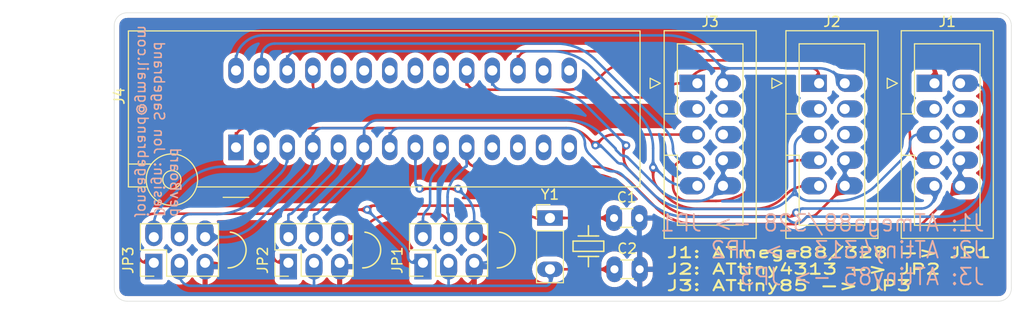
<source format=kicad_pcb>
(kicad_pcb (version 20211014) (generator pcbnew)
  (layers (0 "F.Cu" signal) (31 "B.Cu" signal) (34 "B.Paste" user) (35 "F.Paste" user) (36 "B.SilkS" user "B.Silkscreen") (37 "F.SilkS" user "F.Silkscreen") (38 "B.Mask" user) (39 "F.Mask" user) (44 "Edge.Cuts" user))
  (net 0 "")
  (net 1 "28")
  (net 2 "27")
  (net 3 "26")
  (net 4 "25")
  (net 8 "19")
  (net 9 "18")
  (net 10 "17")
  (net 17 "10")
  (net 18 "4")
  (net 19 "1")
  (net 29 "8")
  (net 32 "7")
  (net 33 "GND")
  (net 34 "XTAL1")
  (net 35 "XTAL2")
  (net 36 "9")
  (net 37 "5")
  (net 38 "3")
  (net 39 "2")
  (footprint "My_Misc:ZIF_DIP_Socket-28_W6.9_W7.62_W7.62_W12.7_W13.5_large" (layer "F.Cu") (at 142.875 90.17 90)
    (fp_text reference "J4")
    (fp_text value "ZIF Socket")
  )
  (footprint "My_Misc:IDC-Header_2x05_P2.54mm_Vertical_large" (layer "F.Cu") (at 212.09 83.82)
    (fp_text reference "J1")
    (fp_text value "ATmega88/328/328P" hide)
  )
  (footprint "My_Misc:IDC-Header_2x05_P2.54mm_Vertical_large" (layer "F.Cu") (at 200.66 83.82)
    (fp_text reference "J2")
    (fp_text value "ATtiny4313" hide)
  )
  (footprint "My_Misc:IDC-Header_2x05_P2.54mm_Vertical_large" (layer "F.Cu") (at 188.595 83.82)
    (fp_text reference "J3")
    (fp_text value "ATtiny85" hide)
  )
  (footprint "My_Misc:C_Disc_D3.0mm_W1.6mm_P2.50mm_larg" (layer "F.Cu") (at 180.34 97.17)
    (fp_text reference "C1")
    (fp_text value "22p")
  )
  (footprint "My_Misc:C_Disc_D3.0mm_W1.6mm_P2.50mm_larg" (layer "F.Cu") (at 180.38 102.25)
    (fp_text reference "C2")
    (fp_text value "22p")
  )
  (footprint "My_Parts:3-pole_jumper_2x03_P2.54mm_Vertical" (layer "F.Cu") (at 161.403 101.605 90)
    (fp_text reference "JP1")
    (fp_text value "ATmega88/328/328P" hide)
  )
  (footprint "My_Parts:3-pole_jumper_2x03_P2.54mm_Vertical" (layer "F.Cu") (at 148.068 101.605 90)
    (fp_text reference "JP2")
    (fp_text value "ATtiny4313" hide)
  )
  (footprint "My_Parts:3-pole_jumper_2x03_P2.54mm_Vertical" (layer "F.Cu") (at 134.733 101.605 90)
    (fp_text reference "JP3")
    (fp_text value "ATtiny85" hide)
  )
  (footprint "My_Headers:2-pin_Crystal_header_large" (layer "F.Cu") (at 173.99 97.17)
    (fp_text reference "Y1")
    (fp_text value "Crystal" hide)
  )
  (gr_arc (start 218.44 76.835) (mid 219.338026 77.206974) (end 219.71 78.105) (layer "Edge.Cuts") (width 0.05))
  (gr_line (start 132.08 76.835) (end 218.44 76.835) (layer "Edge.Cuts") (width 0.05))
  (gr_line (start 219.71 78.105) (end 219.71 104.14) (layer "Edge.Cuts") (width 0.05))
  (gr_arc (start 132.08 105.41) (mid 131.181974 105.038026) (end 130.81 104.14) (layer "Edge.Cuts") (width 0.05))
  (gr_arc (start 130.81 78.105) (mid 131.181974 77.206974) (end 132.08 76.835) (layer "Edge.Cuts") (width 0.05))
  (gr_line (start 218.44 105.41) (end 132.08 105.41) (layer "Edge.Cuts") (width 0.05))
  (gr_arc (start 219.71 104.14) (mid 219.338026 105.038026) (end 218.44 105.41) (layer "Edge.Cuts") (width 0.05))
  (gr_line (start 130.81 104.14) (end 130.81 78.105) (layer "Edge.Cuts") (width 0.05))
  (gr_text "devBoard\nDesign: Jon Sagebrand\njonsagebrand@gmail.com" (at 135.255 97.155 270) (layer "B.SilkS") (effects (font (size 1 1)) (justify left mirror)))
  (gr_text "J1: ATmega88/328 -> JP1\nJ2: ATtiny4313 -> JP2\nJ3: ATtiny85 -> JP3" (at 217.17 100.33) (layer "B.SilkS") (effects (font (size 1.651 1.524) (thickness 0.1778)) (justify left mirror)))
  (gr_text "J1: ATmega88/328 -> JP1\nJ2: ATtiny4313 -> JP2\nJ3: ATtiny85 -> JP3" (at 185.42 102.235) (layer "F.SilkS") (effects (font (size 1.016 1.524) (thickness 0.2032)) (justify left)))
  (segment (start 185.618836 79.0725) (end 145.558913 79.0725) (width 0.254) (layer "B.Cu") (net 1))
  (segment (start 142.875 81.59735) (end 142.875 82.55) (width 0.254) (layer "B.Cu") (net 1))
  (segment (start 191.87765 82.3347) (end 200.664434 82.3347) (width 0.254) (layer "B.Cu") (net 1))
  (segment (start 190.609867 81.809567) (end 189.466592 80.666292) (width 0.254) (layer "B.Cu") (net 1))
  (segment (start 202.45735 83.07735) (end 203.2 83.82) (width 0.254) (layer "B.Cu") (net 1))
  (segment (start 191.135 83.07735) (end 191.135 83.82) (width 0.254) (layer "B.Cu") (net 1))
  (segment (start 143.548625 79.971074) (end 143.6611 79.8586) (width 0.254) (layer "B.Cu") (net 1))
  (arc (start 190.609867 81.809567) (mid 191.19153 82.198222) (end 191.87765 82.3347) (width 0.254) (layer "B.Cu") (net 1))
  (arc (start 143.548625 79.971074) (mid 143.050069 80.717215) (end 142.875 81.59735) (width 0.254) (layer "B.Cu") (net 1))
  (arc (start 191.87765 82.3347) (mid 191.352517 82.552217) (end 191.135 83.07735) (width 0.254) (layer "B.Cu") (net 1))
  (arc (start 189.466592 80.666292) (mid 187.701226 79.486713) (end 185.618836 79.0725) (width 0.254) (layer "B.Cu") (net 1))
  (arc (start 145.558913 79.0725) (mid 144.531824 79.2768) (end 143.6611 79.8586) (width 0.254) (layer "B.Cu") (net 1))
  (arc (start 191.135 83.07735) (mid 190.998522 82.39123) (end 190.609867 81.809567) (width 0.254) (layer "B.Cu") (net 1))
  (arc (start 202.45735 83.07735) (mid 201.634753 82.527708) (end 200.664434 82.3347) (width 0.254) (layer "B.Cu") (net 1))
  (segment (start 187.676613 95.474) (end 190.435436 95.474) (width 0.254) (layer "F.Cu") (net 2))
  (segment (start 187.38835 91.44) (end 188.595 91.44) (width 0.254) (layer "F.Cu") (net 2))
  (segment (start 186.1817 93.979086) (end 186.1817 92.64665) (width 0.254) (layer "F.Cu") (net 2))
  (segment (start 195.331601 92.831797) (end 194.283192 93.880207) (width 0.254) (layer "F.Cu") (net 2))
  (segment (start 198.6917 91.44) (end 200.66 91.44) (width 0.254) (layer "F.Cu") (net 2))
  (arc (start 186.1817 93.979086) (mid 186.295493 94.551165) (end 186.61955 95.03615) (width 0.254) (layer "F.Cu") (net 2))
  (arc (start 198.6917 91.44) (mid 196.873227 91.801716) (end 195.331601 92.831797) (width 0.254) (layer "F.Cu") (net 2))
  (arc (start 187.38835 91.44) (mid 186.535119 91.793419) (end 186.1817 92.64665) (width 0.254) (layer "F.Cu") (net 2))
  (arc (start 194.283192 93.880207) (mid 192.517826 95.059786) (end 190.435436 95.474) (width 0.254) (layer "F.Cu") (net 2))
  (arc (start 186.61955 95.03615) (mid 187.104534 95.360206) (end 187.676613 95.474) (width 0.254) (layer "F.Cu") (net 2))
  (segment (start 178.478892 81.476192) (end 185.382315 88.379615) (width 0.254) (layer "B.Cu") (net 2))
  (segment (start 174.631136 79.8824) (end 146.716327 79.8824) (width 0.254) (layer "B.Cu") (net 2))
  (segment (start 145.415 81.183727) (end 145.415 82.55) (width 0.254) (layer "B.Cu") (net 2))
  (segment (start 187.3122 91.44) (end 188.595 91.44) (width 0.254) (layer "B.Cu") (net 2))
  (arc (start 185.382315 88.379615) (mid 185.973946 89.265053) (end 186.1817 90.3095) (width 0.254) (layer "B.Cu") (net 2))
  (arc (start 186.1817 90.3095) (mid 186.512815 91.108884) (end 187.3122 91.44) (width 0.254) (layer "B.Cu") (net 2))
  (arc (start 145.79615 80.26355) (mid 145.514057 80.68573) (end 145.415 81.183727) (width 0.254) (layer "B.Cu") (net 2))
  (arc (start 178.478892 81.476192) (mid 176.713526 80.296613) (end 174.631136 79.8824) (width 0.254) (layer "B.Cu") (net 2))
  (arc (start 146.716327 79.8824) (mid 146.21833 79.981457) (end 145.79615 80.26355) (width 0.254) (layer "B.Cu") (net 2))
  (segment (start 194.380273 96.2449) (end 188.545261 96.2449) (width 0.254) (layer "F.Cu") (net 3))
  (segment (start 199.45335 93.98) (end 200.66 93.98) (width 0.254) (layer "F.Cu") (net 3))
  (segment (start 185.4809 94.9756) (end 184.756425 94.251125) (width 0.254) (layer "F.Cu") (net 3))
  (segment (start 197.393469 94.83323) (end 197.11425 95.11245) (width 0.254) (layer "F.Cu") (net 3))
  (segment (start 184.2116 92.1653) (end 184.2116 92.9358) (width 0.254) (layer "F.Cu") (net 3))
  (via (at 184.2116 92.1653) (size 0.8) (drill 0.4) (layers "F.Cu" "B.Cu") (net 3))
  (arc (start 199.45335 93.98) (mid 198.33855 94.201747) (end 197.393469 94.83323) (width 0.254) (layer "F.Cu") (net 3))
  (arc (start 185.4809 94.9756) (mid 186.88684 95.915019) (end 188.545261 96.2449) (width 0.254) (layer "F.Cu") (net 3))
  (arc (start 184.2116 92.9358) (mid 184.353195 93.647648) (end 184.756425 94.251125) (width 0.254) (layer "F.Cu") (net 3))
  (arc (start 197.11425 95.11245) (mid 195.85989 95.950585) (end 194.380273 96.2449) (width 0.254) (layer "F.Cu") (net 3))
  (segment (start 147.955 81.59735) (end 147.955 82.55) (width 0.254) (layer "B.Cu") (net 3))
  (segment (start 184.421942 92.220242) (end 185.328469 93.126769) (width 0.254) (layer "B.Cu") (net 3))
  (segment (start 184.2893 92.1653) (end 184.2116 92.1653) (width 0.254) (layer "B.Cu") (net 3))
  (segment (start 184.2116 90.2625) (end 184.2116 92.1653) (width 0.254) (layer "B.Cu") (net 3))
  (segment (start 187.38835 93.98) (end 188.595 93.98) (width 0.254) (layer "B.Cu") (net 3))
  (segment (start 182.866117 87.014217) (end 178.090392 82.238492) (width 0.254) (layer "B.Cu") (net 3))
  (segment (start 174.242636 80.6447) (end 148.90765 80.6447) (width 0.254) (layer "B.Cu") (net 3))
  (arc (start 184.421942 92.220242) (mid 184.361085 92.179578) (end 184.2893 92.1653) (width 0.254) (layer "B.Cu") (net 3))
  (arc (start 185.328469 93.126769) (mid 186.27355 93.758252) (end 187.38835 93.98) (width 0.254) (layer "B.Cu") (net 3))
  (arc (start 182.866117 87.014217) (mid 183.86192 88.504541) (end 184.2116 90.2625) (width 0.254) (layer "B.Cu") (net 3))
  (arc (start 178.090392 82.238492) (mid 176.325026 81.058913) (end 174.242636 80.6447) (width 0.254) (layer "B.Cu") (net 3))
  (arc (start 148.90765 80.6447) (mid 148.234024 80.923724) (end 147.955 81.59735) (width 0.254) (layer "B.Cu") (net 3))
  (segment (start 199.91735 82.3347) (end 189.923965 82.3347) (width 0.254) (layer "F.Cu") (net 4))
  (segment (start 185.755067 84.246632) (end 185.4829 84.5188) (width 0.254) (layer "F.Cu") (net 4))
  (segment (start 151.796327 85.2176) (end 183.795847 85.2176) (width 0.254) (layer "F.Cu") (net 4))
  (segment (start 186.7851 83.82) (end 186.78505 83.82) (width 0.254) (layer "F.Cu") (net 4))
  (segment (start 150.495 83.916272) (end 150.495 82.55) (width 0.254) (layer "F.Cu") (net 4))
  (segment (start 187.9917 83.82) (end 186.7851 83.82) (width 0.254) (layer "F.Cu") (net 4))
  (segment (start 187.9917 83.82) (end 188.595 83.82) (width 0.254) (layer "F.Cu") (net 4))
  (segment (start 200.66 83.07735) (end 200.66 83.82) (width 0.254) (layer "F.Cu") (net 4))
  (segment (start 187.814997 83.393402) (end 188.13105 83.07735) (width 0.254) (layer "F.Cu") (net 4))
  (arc (start 187.814997 83.393402) (mid 187.760826 83.665735) (end 187.9917 83.82) (width 0.254) (layer "F.Cu") (net 4))
  (arc (start 200.66 83.07735) (mid 200.442482 82.552217) (end 199.91735 82.3347) (width 0.254) (layer "F.Cu") (net 4))
  (arc (start 185.4829 84.5188) (mid 184.708873 85.035987) (end 183.795847 85.2176) (width 0.254) (layer "F.Cu") (net 4))
  (arc (start 186.78505 83.82) (mid 186.227627 83.930878) (end 185.755067 84.246632) (width 0.254) (layer "F.Cu") (net 4))
  (arc (start 189.923965 82.3347) (mid 188.953646 82.527708) (end 188.13105 83.07735) (width 0.254) (layer "F.Cu") (net 4))
  (arc (start 150.87615 84.83645) (mid 151.29833 85.118542) (end 151.796327 85.2176) (width 0.254) (layer "F.Cu") (net 4))
  (arc (start 186.7851 83.82) (mid 187.342476 83.70913) (end 187.814997 83.393402) (width 0.254) (layer "F.Cu") (net 4))
  (arc (start 150.495 83.916272) (mid 150.594057 84.414268) (end 150.87615 84.83645) (width 0.254) (layer "F.Cu") (net 4))
  (segment (start 166.68765 84.4553) (end 175.646389 84.4553) (width 0.254) (layer "F.Cu") (net 8))
  (segment (start 210.88335 91.44) (end 212.09 91.44) (width 0.254) (layer "F.Cu") (net 8))
  (segment (start 165.735 83.50265) (end 165.735 82.55) (width 0.254) (layer "F.Cu") (net 8))
  (segment (start 208.177103 85.698903) (end 205.621492 83.143292) (width 0.254) (layer "F.Cu") (net 8))
  (segment (start 209.6767 90.23335) (end 209.6767 89.31925) (width 0.254) (layer "F.Cu") (net 8))
  (segment (start 182.66161 81.5495) (end 201.773736 81.5495) (width 0.254) (layer "F.Cu") (net 8))
  (arc (start 205.621492 83.143292) (mid 203.856126 81.963713) (end 201.773736 81.5495) (width 0.254) (layer "F.Cu") (net 8))
  (arc (start 179.154 83.0024) (mid 177.544694 84.077703) (end 175.646389 84.4553) (width 0.254) (layer "F.Cu") (net 8))
  (arc (start 182.66161 81.5495) (mid 180.763305 81.927096) (end 179.154 83.0024) (width 0.254) (layer "F.Cu") (net 8))
  (arc (start 208.177103 85.698903) (mid 209.286967 87.359932) (end 209.6767 89.31925) (width 0.254) (layer "F.Cu") (net 8))
  (arc (start 209.6767 90.23335) (mid 210.030119 91.08658) (end 210.88335 91.44) (width 0.254) (layer "F.Cu") (net 8))
  (arc (start 165.735 83.50265) (mid 166.014024 84.176275) (end 166.68765 84.4553) (width 0.254) (layer "F.Cu") (net 8))
  (segment (start 198.2044 96.8168) (end 198.395 96.6262) (width 0.254) (layer "F.Cu") (net 9))
  (segment (start 181.2791 91.0481) (end 181.2791 90.430834) (width 0.254) (layer "F.Cu") (net 9))
  (segment (start 181.5429 89.9805) (end 181.411 90.1124) (width 0.254) (layer "F.Cu") (net 9))
  (segment (start 197.74425 97.0074) (end 188.688563 97.0074) (width 0.254) (layer "F.Cu") (net 9))
  (segment (start 181.847472 92.420272) (end 184.840807 95.413607) (width 0.254) (layer "F.Cu") (net 9))
  (via (at 181.5429 89.9805) (size 0.8) (drill 0.4) (layers "F.Cu" "B.Cu") (net 9))
  (via (at 198.395 96.6262) (size 0.8) (drill 0.4) (layers "F.Cu" "B.Cu") (net 9))
  (arc (start 184.840807 95.413607) (mid 186.606172 96.593186) (end 188.688563 97.0074) (width 0.254) (layer "F.Cu") (net 9))
  (arc (start 181.2791 91.0481) (mid 181.426815 91.790714) (end 181.847472 92.420272) (width 0.254) (layer "F.Cu") (net 9))
  (arc (start 198.2044 96.8168) (mid 197.993281 96.957864) (end 197.74425 97.0074) (width 0.254) (layer "F.Cu") (net 9))
  (arc (start 181.411 90.1124) (mid 181.313379 90.258498) (end 181.2791 90.430834) (width 0.254) (layer "F.Cu") (net 9))
  (segment (start 168.275 83.50265) (end 168.275 82.55) (width 0.254) (layer "B.Cu") (net 9))
  (segment (start 198.395 96.6262) (end 198.59255 96.42865) (width 0.254) (layer "B.Cu") (net 9))
  (segment (start 177.611492 86.049092) (end 181.5429 89.9805) (width 0.254) (layer "B.Cu") (net 9))
  (segment (start 173.763736 84.4553) (end 169.22765 84.4553) (width 0.254) (layer "B.Cu") (net 9))
  (segment (start 210.782697 96.2311) (end 199.069477 96.2311) (width 0.254) (layer "B.Cu") (net 9))
  (segment (start 212.09 94.923797) (end 212.09 93.98) (width 0.254) (layer "B.Cu") (net 9))
  (arc (start 212.09 94.923797) (mid 211.990487 95.42408) (end 211.7071 95.8482) (width 0.254) (layer "B.Cu") (net 9))
  (arc (start 168.275 83.50265) (mid 168.554024 84.176275) (end 169.22765 84.4553) (width 0.254) (layer "B.Cu") (net 9))
  (arc (start 199.069477 96.2311) (mid 198.811366 96.282441) (end 198.59255 96.42865) (width 0.254) (layer "B.Cu") (net 9))
  (arc (start 211.7071 95.8482) (mid 211.28298 96.131587) (end 210.782697 96.2311) (width 0.254) (layer "B.Cu") (net 9))
  (arc (start 177.611492 86.049092) (mid 175.846126 84.869513) (end 173.763736 84.4553) (width 0.254) (layer "B.Cu") (net 9))
  (segment (start 170.815 81.59735) (end 170.815 82.55) (width 0.254) (layer "F.Cu") (net 10))
  (segment (start 209.204989 80.6447) (end 171.76765 80.6447) (width 0.254) (layer "F.Cu") (net 10))
  (segment (start 212.09 83.07735) (end 212.09 83.82) (width 0.254) (layer "F.Cu") (net 10))
  (segment (start 211.245 81.4897) (end 211.564867 81.809567) (width 0.254) (layer "F.Cu") (net 10))
  (arc (start 211.564867 81.809567) (mid 211.953522 82.39123) (end 212.09 83.07735) (width 0.254) (layer "F.Cu") (net 10))
  (arc (start 171.76765 80.6447) (mid 171.094024 80.923724) (end 170.815 81.59735) (width 0.254) (layer "F.Cu") (net 10))
  (arc (start 211.245 81.4897) (mid 210.309035 80.864308) (end 209.204989 80.6447) (width 0.254) (layer "F.Cu") (net 10))
  (segment (start 166.68765 92.0753) (end 178.170536 92.0753) (width 0.254) (layer "F.Cu") (net 17))
  (segment (start 200.418248 96.761751) (end 203.2 93.98) (width 0.254) (layer "F.Cu") (net 17))
  (segment (start 199.47785 97.0074) (end 199.8252 97.0074) (width 0.254) (layer "F.Cu") (net 17))
  (segment (start 188.372863 97.7697) (end 198.176643 97.7697) (width 0.254) (layer "F.Cu") (net 17))
  (segment (start 163.943 97.92185) (end 163.943 99.065) (width 0.254) (layer "F.Cu") (net 17))
  (segment (start 155.158432 98.539867) (end 155.77645 97.92185) (width 0.254) (layer "F.Cu") (net 17))
  (segment (start 199.477764 97.007535) (end 199.0967 97.3886) (width 0.254) (layer "F.Cu") (net 17))
  (segment (start 153.89065 99.065) (end 153.148 99.065) (width 0.254) (layer "F.Cu") (net 17))
  (segment (start 165.735 91.12265) (end 165.735 90.17) (width 0.254) (layer "F.Cu") (net 17))
  (segment (start 184.525107 96.175907) (end 182.018292 93.669092) (width 0.254) (layer "F.Cu") (net 17))
  (segment (start 162.79985 96.7787) (end 158.536258 96.7787) (width 0.254) (layer "F.Cu") (net 17))
  (arc (start 184.525107 96.175907) (mid 186.290472 97.355486) (end 188.372863 97.7697) (width 0.254) (layer "F.Cu") (net 17))
  (arc (start 182.018292 93.669092) (mid 180.252926 92.489513) (end 178.170536 92.0753) (width 0.254) (layer "F.Cu") (net 17))
  (arc (start 155.158432 98.539867) (mid 154.576768 98.928522) (end 153.89065 99.065) (width 0.254) (layer "F.Cu") (net 17))
  (arc (start 165.735 91.12265) (mid 166.014024 91.796275) (end 166.68765 92.0753) (width 0.254) (layer "F.Cu") (net 17))
  (arc (start 199.0967 97.3886) (mid 198.674574 97.670655) (end 198.176643 97.7697) (width 0.254) (layer "F.Cu") (net 17))
  (arc (start 200.418248 96.761751) (mid 200.146155 96.943557) (end 199.8252 97.0074) (width 0.254) (layer "F.Cu") (net 17))
  (arc (start 163.943 97.92185) (mid 163.608179 97.11352) (end 162.79985 96.7787) (width 0.254) (layer "F.Cu") (net 17))
  (arc (start 158.536258 96.7787) (mid 157.04266 97.075795) (end 155.77645 97.92185) (width 0.254) (layer "F.Cu") (net 17))
  (arc (start 199.47785 97.0074) (mid 199.477814 97.007414) (end 199.4778 97.00745) (width 0.254) (layer "F.Cu") (net 17))
  (arc (start 199.4778 97.00745) (mid 199.47779 97.007496) (end 199.477764 97.007535) (width 0.254) (layer "F.Cu") (net 17))
  (segment (start 163.943 96.851319) (end 163.943 99.065) (width 0.254) (layer "B.Cu") (net 17))
  (segment (start 165.735 92.00945) (end 165.735 90.17) (width 0.254) (layer "B.Cu") (net 17))
  (segment (start 163.8403 96.60338) (end 163.8403 95.084929) (width 0.254) (layer "B.Cu") (net 17))
  (segment (start 165.556737 92.121862) (end 164.7218 92.9568) (width 0.254) (layer "B.Cu") (net 17))
  (segment (start 203.2 91.44) (end 203.2 93.98) (width 0.254) (layer "B.Cu") (net 17))
  (arc (start 165.735 92.00945) (mid 165.715712 92.056012) (end 165.66915 92.0753) (width 0.254) (layer "B.Cu") (net 17))
  (arc (start 165.66915 92.0753) (mid 165.608312 92.087401) (end 165.556737 92.121862) (width 0.254) (layer "B.Cu") (net 17))
  (arc (start 164.7218 92.9568) (mid 164.069394 93.933193) (end 163.8403 95.084929) (width 0.254) (layer "B.Cu") (net 17))
  (arc (start 163.89165 96.72735) (mid 163.929654 96.784227) (end 163.943 96.851319) (width 0.254) (layer "B.Cu") (net 17))
  (arc (start 163.8403 96.60338) (mid 163.853645 96.670472) (end 163.89165 96.72735) (width 0.254) (layer "B.Cu") (net 17))
  (segment (start 180.470017 90.265317) (end 179.09265 88.88795) (width 0.254) (layer "B.Cu") (net 18))
  (segment (start 149.821374 92.748925) (end 144.810725 97.759574) (width 0.254) (layer "B.Cu") (net 18))
  (segment (start 150.964796 96.685503) (end 154.901374 92.748925) (width 0.254) (layer "B.Cu") (net 18))
  (segment (start 150.608 96.9105) (end 150.608 99.065) (width 0.254) (layer "B.Cu") (net 18))
  (segment (start 156.926516 87.473) (end 175.676658 87.473) (width 0.254) (layer "B.Cu") (net 18))
  (segment (start 141.65915 99.065) (end 139.813 99.065) (width 0.254) (layer "B.Cu") (net 18))
  (segment (start 155.970849 87.868849) (end 155.642387 88.197312) (width 0.254) (layer "B.Cu") (net 18))
  (segment (start 191.135 92.90548) (end 191.135 91.44) (width 0.254) (layer "B.Cu") (net 18))
  (segment (start 155.575 88.5506) (end 155.575 90.09815) (width 0.254) (layer "B.Cu") (net 18))
  (segment (start 188.54088 95.4996) (end 187.81925 95.4996) (width 0.254) (layer "B.Cu") (net 18))
  (segment (start 181.689595 91.166095) (end 184.75303 94.22953) (width 0.254) (layer "B.Cu") (net 18))
  (segment (start 151.44765 88.2647) (end 155.4797 88.2647) (width 0.254) (layer "B.Cu") (net 18))
  (segment (start 180.963904 90.865504) (end 180.545182 90.446782) (width 0.254) (layer "B.Cu") (net 18))
  (segment (start 155.575 90.19395) (end 155.575 91.12265) (width 0.254) (layer "B.Cu") (net 18))
  (segment (start 150.495 89.21735) (end 150.495 91.12265) (width 0.254) (layer "B.Cu") (net 18))
  (segment (start 155.575 90.14605) (end 155.575 90.19395) (width 0.254) (layer "B.Cu") (net 18))
  (segment (start 155.575 90.09815) (end 155.575 90.14605) (width 0.254) (layer "B.Cu") (net 18))
  (segment (start 155.575 88.36) (end 155.575 88.5506) (width 0.254) (layer "B.Cu") (net 18))
  (arc (start 150.495 91.12265) (mid 150.31993 92.002783) (end 149.821374 92.748925) (width 0.254) (layer "B.Cu") (net 18))
  (arc (start 156.926516 87.473) (mid 156.409313 87.575877) (end 155.970849 87.868849) (width 0.254) (layer "B.Cu") (net 18))
  (arc (start 180.963904 90.865504) (mid 181.130379 90.976739) (end 181.32675 91.0158) (width 0.254) (layer "B.Cu") (net 18))
  (arc (start 191.135 92.90548) (mid 190.937534 93.898206) (end 190.3752 94.7398) (width 0.254) (layer "B.Cu") (net 18))
  (arc (start 179.09265 88.88795) (mid 177.525379 87.840733) (end 175.676658 87.473) (width 0.254) (layer "B.Cu") (net 18))
  (arc (start 151.44765 88.2647) (mid 150.774024 88.543724) (end 150.495 89.21735) (width 0.254) (layer "B.Cu") (net 18))
  (arc (start 155.575 88.36) (mid 155.547087 88.292612) (end 155.4797 88.2647) (width 0.254) (layer "B.Cu") (net 18))
  (arc (start 150.964796 96.685503) (mid 150.861567 96.754478) (end 150.7398 96.7787) (width 0.254) (layer "B.Cu") (net 18))
  (arc (start 180.5076 90.35605) (mid 180.517367 90.405154) (end 180.545182 90.446782) (width 0.254) (layer "B.Cu") (net 18))
  (arc (start 155.4797 88.2647) (mid 155.567745 88.247186) (end 155.642387 88.197312) (width 0.254) (layer "B.Cu") (net 18))
  (arc (start 181.689595 91.166095) (mid 181.52312 91.05486) (end 181.32675 91.0158) (width 0.254) (layer "B.Cu") (net 18))
  (arc (start 155.642387 88.197312) (mid 155.592513 88.271954) (end 155.575 88.36) (width 0.254) (layer "B.Cu") (net 18))
  (arc (start 155.575 91.12265) (mid 155.39993 92.002783) (end 154.901374 92.748925) (width 0.254) (layer "B.Cu") (net 18))
  (arc (start 184.75303 94.22953) (mid 186.159823 95.169519) (end 187.81925 95.4996) (width 0.254) (layer "B.Cu") (net 18))
  (arc (start 150.7398 96.7787) (mid 150.646603 96.817303) (end 150.608 96.9105) (width 0.254) (layer "B.Cu") (net 18))
  (arc (start 144.810725 97.759574) (mid 143.36477 98.72573) (end 141.65915 99.065) (width 0.254) (layer "B.Cu") (net 18))
  (arc (start 180.470017 90.265317) (mid 180.497832 90.306945) (end 180.5076 90.35605) (width 0.254) (layer "B.Cu") (net 18))
  (arc (start 190.3752 94.7398) (mid 189.533606 95.302134) (end 188.54088 95.4996) (width 0.254) (layer "B.Cu") (net 18))
  (segment (start 178.4914 89.9676) (end 177.63995 89.11615) (width 0.254) (layer "F.Cu") (net 19))
  (segment (start 180.313907 88.9) (end 186.7851 88.9) (width 0.254) (layer "F.Cu") (net 19))
  (segment (start 175.584367 88.2647) (end 143.82765 88.2647) (width 0.254) (layer "F.Cu") (net 19))
  (segment (start 187.9917 88.9) (end 186.7851 88.9) (width 0.254) (layer "F.Cu") (net 19))
  (segment (start 178.4914 89.9676) (end 179.0252 89.4338) (width 0.254) (layer "F.Cu") (net 19))
  (segment (start 187.9917 88.9) (end 188.595 88.9) (width 0.254) (layer "F.Cu") (net 19))
  (segment (start 142.875 89.21735) (end 142.875 90.17) (width 0.254) (layer "F.Cu") (net 19))
  (via (at 178.4914 89.9676) (size 0.8) (drill 0.4) (layers "F.Cu" "B.Cu") (net 19))
  (arc (start 177.63995 89.11615) (mid 176.69684 88.485984) (end 175.584367 88.2647) (width 0.254) (layer "F.Cu") (net 19))
  (arc (start 180.313907 88.9) (mid 179.616463 89.03873) (end 179.0252 89.4338) (width 0.254) (layer "F.Cu") (net 19))
  (arc (start 143.82765 88.2647) (mid 143.154024 88.543724) (end 142.875 89.21735) (width 0.254) (layer "F.Cu") (net 19))
  (segment (start 210.50295 88.9) (end 212.09 88.9) (width 0.254) (layer "B.Cu") (net 19))
  (segment (start 178.4914 89.9676) (end 178.98805 89.9676) (width 0.254) (layer "B.Cu") (net 19))
  (segment (start 197.82035 95.04235) (end 197.41735 95.44535) (width 0.254) (layer "B.Cu") (net 19))
  (segment (start 184.099807 94.680907) (end 181.337891 91.918991) (width 0.254) (layer "B.Cu") (net 19))
  (segment (start 202.506536 95.4687) (end 199.702349 95.4687) (width 0.254) (layer "B.Cu") (net 19))
  (segment (start 199.45335 88.9) (end 200.66 88.9) (width 0.254) (layer "B.Cu") (net 19))
  (segment (start 187.947563 96.2747) (end 195.415121 96.2747) (width 0.254) (layer "B.Cu") (net 19))
  (segment (start 198.2467 94.01305) (end 198.2467 90.10665) (width 0.254) (layer "B.Cu") (net 19))
  (segment (start 180.657608 91.637208) (end 178.988135 89.967735) (width 0.254) (layer "B.Cu") (net 19))
  (segment (start 206.354292 93.874907) (end 209.092453 91.136746) (width 0.254) (layer "B.Cu") (net 19))
  (arc (start 197.41735 95.44535) (mid 196.498719 96.059158) (end 195.415121 96.2747) (width 0.254) (layer "B.Cu") (net 19))
  (arc (start 180.657608 91.637208) (mid 180.813666 91.741483) (end 180.99775 91.7781) (width 0.254) (layer "B.Cu") (net 19))
  (arc (start 178.9881 89.96765) (mid 178.988085 89.967614) (end 178.98805 89.9676) (width 0.254) (layer "B.Cu") (net 19))
  (arc (start 206.354292 93.874907) (mid 204.588926 95.054486) (end 202.506536 95.4687) (width 0.254) (layer "B.Cu") (net 19))
  (arc (start 210.50295 88.9) (mid 209.918703 89.142003) (end 209.6767 89.72625) (width 0.254) (layer "B.Cu") (net 19))
  (arc (start 209.6767 89.72625) (mid 209.524859 90.489605) (end 209.092453 91.136746) (width 0.254) (layer "B.Cu") (net 19))
  (arc (start 198.67305 95.04235) (mid 199.145296 95.357895) (end 199.702349 95.4687) (width 0.254) (layer "B.Cu") (net 19))
  (arc (start 198.67305 95.04235) (mid 198.2467 94.86575) (end 197.82035 95.04235) (width 0.254) (layer "B.Cu") (net 19))
  (arc (start 199.45335 88.9) (mid 198.600119 89.253419) (end 198.2467 90.10665) (width 0.254) (layer "B.Cu") (net 19))
  (arc (start 197.82035 95.04235) (mid 198.135895 94.570103) (end 198.2467 94.01305) (width 0.254) (layer "B.Cu") (net 19))
  (arc (start 181.337891 91.918991) (mid 181.181832 91.814716) (end 180.99775 91.7781) (width 0.254) (layer "B.Cu") (net 19))
  (arc (start 198.2467 94.01305) (mid 198.357504 94.570103) (end 198.67305 95.04235) (width 0.254) (layer "B.Cu") (net 19))
  (arc (start 178.9881 89.96765) (mid 178.988109 89.967696) (end 178.988135 89.967735) (width 0.254) (layer "B.Cu") (net 19))
  (arc (start 184.099807 94.680907) (mid 185.865172 95.860486) (end 187.947563 96.2747) (width 0.254) (layer "B.Cu") (net 19))
  (segment (start 161.0696 94.267) (end 164.8756 94.267) (width 0.254) (layer "F.Cu") (net 29))
  (segment (start 211.055692 97.554307) (end 214.63 93.98) (width 0.254) (layer "F.Cu") (net 29))
  (segment (start 167.909539 99.065) (end 166.483 99.065) (width 0.254) (layer "F.Cu") (net 29))
  (segment (start 207.207936 99.1481) (end 168.11016 99.1481) (width 0.254) (layer "F.Cu") (net 29))
  (via (at 164.8756 94.267) (size 0.8) (drill 0.4) (layers "F.Cu" "B.Cu") (net 29))
  (via (at 161.0696 94.267) (size 0.8) (drill 0.4) (layers "F.Cu" "B.Cu") (net 29))
  (arc (start 168.00985 99.10655) (mid 167.963827 99.075798) (end 167.909539 99.065) (width 0.254) (layer "F.Cu") (net 29))
  (arc (start 168.00985 99.10655) (mid 168.055872 99.137301) (end 168.11016 99.1481) (width 0.254) (layer "F.Cu") (net 29))
  (arc (start 211.055692 97.554307) (mid 209.290326 98.733886) (end 207.207936 99.1481) (width 0.254) (layer "F.Cu") (net 29))
  (segment (start 166.483 97.011003) (end 166.483 99.065) (width 0.254) (layer "B.Cu") (net 29))
  (segment (start 164.8756 94.267) (end 165.6793 95.0707) (width 0.254) (layer "B.Cu") (net 29))
  (segment (start 161.0696 94.267) (end 160.8623 94.0597) (width 0.254) (layer "B.Cu") (net 29))
  (segment (start 160.655 93.559233) (end 160.655 90.17) (width 0.254) (layer "B.Cu") (net 29))
  (segment (start 214.63 93.98) (end 214.63 91.44) (width 0.254) (layer "B.Cu") (net 29))
  (arc (start 160.655 93.559233) (mid 160.708875 93.830083) (end 160.8623 94.0597) (width 0.254) (layer "B.Cu") (net 29))
  (arc (start 165.6793 95.0707) (mid 166.274125 95.960918) (end 166.483 97.011003) (width 0.254) (layer "B.Cu") (net 29))
  (segment (start 177.881318 90.821518) (end 179.175016 92.115216) (width 0.254) (layer "B.Cu") (net 32))
  (segment (start 199.44815 97.0371) (end 212.876423 97.0371) (width 0.254) (layer "B.Cu") (net 32))
  (segment (start 158.115 89.21735) (end 158.115 90.17) (width 0.254) (layer "B.Cu") (net 32))
  (segment (start 159.06765 88.2647) (end 175.870368 88.2647) (width 0.254) (layer "B.Cu") (net 32))
  (segment (start 181.227983 92.965583) (end 183.723407 95.461007) (width 0.254) (layer "B.Cu") (net 32))
  (segment (start 197.35965 97.0548) (end 187.571163 97.0548) (width 0.254) (layer "B.Cu") (net 32))
  (segment (start 197.663127 97.358327) (end 197.359735 97.054935) (width 0.254) (layer "B.Cu") (net 32))
  (segment (start 199.126971 97.358327) (end 199.448064 97.037235) (width 0.254) (layer "B.Cu") (net 32))
  (segment (start 215.83665 83.82) (end 214.63 83.82) (width 0.254) (layer "B.Cu") (net 32))
  (segment (start 217.0433 92.870223) (end 217.0433 85.02665) (width 0.254) (layer "B.Cu") (net 32))
  (segment (start 177.030881 88.768381) (end 176.99165 88.72915) (width 0.254) (layer "B.Cu") (net 32))
  (arc (start 215.82285 95.81665) (mid 214.471017 96.719915) (end 212.876423 97.0371) (width 0.254) (layer "B.Cu") (net 32))
  (arc (start 199.4481 97.03715) (mid 199.44809 97.037196) (end 199.448064 97.037235) (width 0.254) (layer "B.Cu") (net 32))
  (arc (start 199.126971 97.358327) (mid 198.791163 97.582707) (end 198.39505 97.6615) (width 0.254) (layer "B.Cu") (net 32))
  (arc (start 159.06765 88.2647) (mid 158.394024 88.543724) (end 158.115 89.21735) (width 0.254) (layer "B.Cu") (net 32))
  (arc (start 176.99165 88.72915) (mid 176.477201 88.385406) (end 175.870368 88.2647) (width 0.254) (layer "B.Cu") (net 32))
  (arc (start 179.175016 92.115216) (mid 179.645971 92.429898) (end 180.2015 92.5404) (width 0.254) (layer "B.Cu") (net 32))
  (arc (start 199.44815 97.0371) (mid 199.448114 97.037114) (end 199.4481 97.03715) (width 0.254) (layer "B.Cu") (net 32))
  (arc (start 217.0433 85.02665) (mid 216.68988 84.173419) (end 215.83665 83.82) (width 0.254) (layer "B.Cu") (net 32))
  (arc (start 183.723407 95.461007) (mid 185.488772 96.640586) (end 187.571163 97.0548) (width 0.254) (layer "B.Cu") (net 32))
  (arc (start 197.3597 97.05485) (mid 197.359685 97.054814) (end 197.35965 97.0548) (width 0.254) (layer "B.Cu") (net 32))
  (arc (start 177.4561 89.79495) (mid 177.56661 90.350524) (end 177.881318 90.821518) (width 0.254) (layer "B.Cu") (net 32))
  (arc (start 197.3597 97.05485) (mid 197.359709 97.054896) (end 197.359735 97.054935) (width 0.254) (layer "B.Cu") (net 32))
  (arc (start 177.030881 88.768381) (mid 177.345589 89.239374) (end 177.4561 89.79495) (width 0.254) (layer "B.Cu") (net 32))
  (arc (start 217.0433 92.870223) (mid 216.726115 94.464817) (end 215.82285 95.81665) (width 0.254) (layer "B.Cu") (net 32))
  (arc (start 197.663127 97.358327) (mid 197.998936 97.582707) (end 198.39505 97.6615) (width 0.254) (layer "B.Cu") (net 32))
  (arc (start 181.227983 92.965583) (mid 180.757028 92.650901) (end 180.2015 92.5404) (width 0.254) (layer "B.Cu") (net 32))
  (segment (start 165.33985 103.8913) (end 153.2433 103.8913) (width 0.254) (layer "F.Cu") (net 33))
  (segment (start 153.0527 103.8913) (end 153.148 103.796) (width 0.254) (layer "F.Cu") (net 33))
  (segment (start 142.44145 102.74815) (end 141.823432 102.130132) (width 0.254) (layer "F.Cu") (net 33))
  (segment (start 153.148 103.6054) (end 153.148 101.605) (width 0.254) (layer "F.Cu") (net 33))
  (segment (start 153.148 103.6054) (end 153.148 103.796) (width 0.254) (layer "F.Cu") (net 33))
  (segment (start 145.201258 103.8913) (end 153.0527 103.8913) (width 0.254) (layer "F.Cu") (net 33))
  (segment (start 140.55565 101.605) (end 139.813 101.605) (width 0.254) (layer "F.Cu") (net 33))
  (segment (start 153.2433 103.8913) (end 153.0527 103.8913) (width 0.254) (layer "F.Cu") (net 33))
  (segment (start 166.483 102.74815) (end 166.483 101.605) (width 0.254) (layer "F.Cu") (net 33))
  (arc (start 142.44145 102.74815) (mid 143.70766 103.594204) (end 145.201258 103.8913) (width 0.254) (layer "F.Cu") (net 33))
  (arc (start 141.823432 102.130132) (mid 141.241768 101.741477) (end 140.55565 101.605) (width 0.254) (layer "F.Cu") (net 33))
  (arc (start 153.148 103.796) (mid 153.175912 103.863387) (end 153.2433 103.8913) (width 0.254) (layer "F.Cu") (net 33))
  (arc (start 166.483 102.74815) (mid 166.148179 103.556479) (end 165.33985 103.8913) (width 0.254) (layer "F.Cu") (net 33))
  (segment (start 182.88 100.372984) (end 182.88 102.25) (width 0.254) (layer "B.Cu") (net 33))
  (segment (start 170.18805 100.3047) (end 182.811715 100.3047) (width 0.254) (layer "B.Cu") (net 33))
  (segment (start 168.618449 100.954849) (end 168.493432 101.079867) (width 0.254) (layer "B.Cu") (net 33))
  (segment (start 182.84 100.276415) (end 182.84 97.17) (width 0.254) (layer "B.Cu") (net 33))
  (segment (start 167.22565 101.605) (end 166.483 101.605) (width 0.254) (layer "B.Cu") (net 33))
  (arc (start 182.86 100.3247) (mid 182.837846 100.309897) (end 182.811715 100.3047) (width 0.254) (layer "B.Cu") (net 33))
  (arc (start 182.811715 100.3047) (mid 182.831715 100.296415) (end 182.84 100.276415) (width 0.254) (layer "B.Cu") (net 33))
  (arc (start 182.86 100.3247) (mid 182.874802 100.346852) (end 182.88 100.372984) (width 0.254) (layer "B.Cu") (net 33))
  (arc (start 170.18805 100.3047) (mid 169.338588 100.473668) (end 168.618449 100.954849) (width 0.254) (layer "B.Cu") (net 33))
  (arc (start 168.493432 101.079867) (mid 167.911768 101.468522) (end 167.22565 101.605) (width 0.254) (layer "B.Cu") (net 33))
  (arc (start 182.84 100.276415) (mid 182.845197 100.302546) (end 182.86 100.3247) (width 0.254) (layer "B.Cu") (net 33))
  (segment (start 155.8703 96.3399) (end 156.0685 96.1417) (width 0.254) (layer "F.Cu") (net 34))
  (segment (start 173.03735 97.17) (end 172.951966 97.17) (width 0.254) (layer "F.Cu") (net 34))
  (segment (start 133.2477 100.86235) (end 133.2477 98.262942) (width 0.254) (layer "F.Cu") (net 34))
  (segment (start 133.99035 101.605) (end 134.733 101.605) (width 0.254) (layer "F.Cu") (net 34))
  (segment (start 146.59995 96.76155) (end 146.80215 96.55935) (width 0.254) (layer "F.Cu") (net 34))
  (segment (start 155.8703 96.3399) (end 147.331949 96.3399) (width 0.254) (layer "F.Cu") (net 34))
  (segment (start 169.990933 95.9435) (end 156.546997 95.9435) (width 0.254) (layer "F.Cu") (net 34))
  (segment (start 174.94265 97.17) (end 173.03735 97.17) (width 0.254) (layer "F.Cu") (net 34))
  (segment (start 134.766342 96.7443) (end 146.523804 96.7443) (width 0.254) (layer "F.Cu") (net 34))
  (segment (start 146.5827 100.86235) (end 146.5827 96.803195) (width 0.254) (layer "F.Cu") (net 34))
  (segment (start 147.32535 101.605) (end 148.068 101.605) (width 0.254) (layer "F.Cu") (net 34))
  (segment (start 174.94265 97.17) (end 180.34 97.17) (width 0.254) (layer "F.Cu") (net 34))
  (via (at 155.8703 96.3399) (size 0.8) (drill 0.4) (layers "F.Cu" "B.Cu") (net 34))
  (arc (start 147.331949 96.3399) (mid 147.045223 96.396933) (end 146.80215 96.55935) (width 0.254) (layer "F.Cu") (net 34))
  (arc (start 146.5827 100.86235) (mid 146.800217 101.387482) (end 147.32535 101.605) (width 0.254) (layer "F.Cu") (net 34))
  (arc (start 146.5827 96.803195) (mid 146.577647 96.780892) (end 146.56545 96.76155) (width 0.254) (layer "F.Cu") (net 34))
  (arc (start 171.47145 96.55675) (mid 172.150716 97.010621) (end 172.951966 97.17) (width 0.254) (layer "F.Cu") (net 34))
  (arc (start 133.6925 97.1891) (mid 133.363299 97.681782) (end 133.2477 98.262942) (width 0.254) (layer "F.Cu") (net 34))
  (arc (start 146.56545 96.76155) (mid 146.546342 96.748783) (end 146.523804 96.7443) (width 0.254) (layer "F.Cu") (net 34))
  (arc (start 171.47145 96.55675) (mid 170.792183 96.102878) (end 169.990933 95.9435) (width 0.254) (layer "F.Cu") (net 34))
  (arc (start 146.56545 96.76155) (mid 146.5827 96.768695) (end 146.59995 96.76155) (width 0.254) (layer "F.Cu") (net 34))
  (arc (start 156.546997 95.9435) (mid 156.288036 95.99501) (end 156.0685 96.1417) (width 0.254) (layer "F.Cu") (net 34))
  (arc (start 146.59995 96.76155) (mid 146.587183 96.780656) (end 146.5827 96.803195) (width 0.254) (layer "F.Cu") (net 34))
  (arc (start 133.2477 100.86235) (mid 133.465217 101.387482) (end 133.99035 101.605) (width 0.254) (layer "F.Cu") (net 34))
  (arc (start 134.766342 96.7443) (mid 134.185182 96.859899) (end 133.6925 97.1891) (width 0.254) (layer "F.Cu") (net 34))
  (segment (start 155.8703 96.3399) (end 159.487178 99.956778) (width 0.254) (layer "B.Cu") (net 34))
  (segment (start 160.52655 101.605) (end 161.403 101.605) (width 0.254) (layer "B.Cu") (net 34))
  (arc (start 159.9177 100.99615) (mid 160.096028 101.426671) (end 160.52655 101.605) (width 0.254) (layer "B.Cu") (net 34))
  (arc (start 159.487178 99.956778) (mid 159.80581 100.433645) (end 159.9177 100.99615) (width 0.254) (layer "B.Cu") (net 34))
  (segment (start 180.38 102.25) (end 173.99 102.25) (width 0.254) (layer "F.Cu") (net 35))
  (segment (start 150.5127 103.8913) (end 150.608 103.796) (width 0.254) (layer "B.Cu") (net 35))
  (segment (start 150.7033 103.8913) (end 150.5127 103.8913) (width 0.254) (layer "B.Cu") (net 35))
  (segment (start 173.573465 103.8913) (end 164.0383 103.8913) (width 0.254) (layer "B.Cu") (net 35))
  (segment (start 163.943 103.6054) (end 163.943 101.605) (width 0.254) (layer "B.Cu") (net 35))
  (segment (start 150.5127 103.8913) (end 138.41615 103.8913) (width 0.254) (layer "B.Cu") (net 35))
  (segment (start 150.608 103.6054) (end 150.608 103.796) (width 0.254) (layer "B.Cu") (net 35))
  (segment (start 163.943 103.6054) (end 163.943 103.796) (width 0.254) (layer "B.Cu") (net 35))
  (segment (start 150.7033 103.8913) (end 163.8477 103.8913) (width 0.254) (layer "B.Cu") (net 35))
  (segment (start 164.0383 103.8913) (end 163.8477 103.8913) (width 0.254) (layer "B.Cu") (net 35))
  (segment (start 173.99 103.474765) (end 173.99 102.25) (width 0.254) (layer "B.Cu") (net 35))
  (segment (start 137.273 102.74815) (end 137.273 101.605) (width 0.254) (layer "B.Cu") (net 35))
  (segment (start 150.608 103.6054) (end 150.608 101.605) (width 0.254) (layer "B.Cu") (net 35))
  (arc (start 163.8477 103.8913) (mid 163.915087 103.863387) (end 163.943 103.796) (width 0.254) (layer "B.Cu") (net 35))
  (arc (start 150.608 103.796) (mid 150.635912 103.863387) (end 150.7033 103.8913) (width 0.254) (layer "B.Cu") (net 35))
  (arc (start 137.273 102.74815) (mid 137.60782 103.556479) (end 138.41615 103.8913) (width 0.254) (layer "B.Cu") (net 35))
  (arc (start 163.943 103.796) (mid 163.970912 103.863387) (end 164.0383 103.8913) (width 0.254) (layer "B.Cu") (net 35))
  (arc (start 173.99 103.474765) (mid 173.958293 103.634166) (end 173.868 103.7693) (width 0.254) (layer "B.Cu") (net 35))
  (arc (start 173.868 103.7693) (mid 173.732866 103.859593) (end 173.573465 103.8913) (width 0.254) (layer "B.Cu") (net 35))
  (segment (start 161.403 97.280675) (end 161.403 99.065) (width 0.254) (layer "B.Cu") (net 36))
  (segment (start 163.195 91.310139) (end 163.195 90.17) (width 0.254) (layer "B.Cu") (net 36))
  (segment (start 162.1129 95.566824) (end 162.1129 93.92256) (width 0.254) (layer "B.Cu") (net 36))
  (arc (start 162.1129 95.566824) (mid 162.020651 96.030589) (end 161.75795 96.42375) (width 0.254) (layer "B.Cu") (net 36))
  (arc (start 161.75795 96.42375) (mid 161.495248 96.81691) (end 161.403 97.280675) (width 0.254) (layer "B.Cu") (net 36))
  (arc (start 163.195 91.310139) (mid 163.054385 92.017055) (end 162.65395 92.61635) (width 0.254) (layer "B.Cu") (net 36))
  (arc (start 162.65395 92.61635) (mid 162.253514 93.215644) (end 162.1129 93.92256) (width 0.254) (layer "B.Cu") (net 36))
  (segment (start 148.068 96.9105) (end 148.068 99.065) (width 0.254) (layer "B.Cu") (net 37))
  (segment (start 148.424796 96.685503) (end 152.361374 92.748925) (width 0.254) (layer "B.Cu") (net 37))
  (segment (start 153.035 91.12265) (end 153.035 90.17) (width 0.254) (layer "B.Cu") (net 37))
  (arc (start 148.1998 96.7787) (mid 148.106603 96.817303) (end 148.068 96.9105) (width 0.254) (layer "B.Cu") (net 37))
  (arc (start 148.424796 96.685503) (mid 148.321567 96.754478) (end 148.1998 96.7787) (width 0.254) (layer "B.Cu") (net 37))
  (arc (start 153.035 91.12265) (mid 152.85993 92.002783) (end 152.361374 92.748925) (width 0.254) (layer "B.Cu") (net 37))
  (segment (start 147.281374 92.748925) (end 144.845392 95.184907) (width 0.254) (layer "B.Cu") (net 38))
  (segment (start 137.273 97.92185) (end 137.273 99.065) (width 0.254) (layer "B.Cu") (net 38))
  (segment (start 147.955 91.12265) (end 147.955 90.17) (width 0.254) (layer "B.Cu") (net 38))
  (segment (start 138.41615 96.7787) (end 140.997636 96.7787) (width 0.254) (layer "B.Cu") (net 38))
  (arc (start 144.845392 95.184907) (mid 143.080026 96.364486) (end 140.997636 96.7787) (width 0.254) (layer "B.Cu") (net 38))
  (arc (start 147.955 91.12265) (mid 147.77993 92.002783) (end 147.281374 92.748925) (width 0.254) (layer "B.Cu") (net 38))
  (arc (start 138.41615 96.7787) (mid 137.60782 97.11352) (end 137.273 97.92185) (width 0.254) (layer "B.Cu") (net 38))
  (segment (start 135.541328 95.97037) (end 137.842607 93.669092) (width 0.254) (layer "B.Cu") (net 39))
  (segment (start 145.415 91.12265) (end 145.415 90.17) (width 0.254) (layer "B.Cu") (net 39))
  (segment (start 141.690363 92.0753) (end 144.46235 92.0753) (width 0.254) (layer "B.Cu") (net 39))
  (segment (start 134.733 97.92185) (end 134.733 99.065) (width 0.254) (layer "B.Cu") (net 39))
  (arc (start 135.541328 95.97037) (mid 134.943077 96.865716) (end 134.733 97.92185) (width 0.254) (layer "B.Cu") (net 39))
  (arc (start 141.690363 92.0753) (mid 139.607972 92.489513) (end 137.842607 93.669092) (width 0.254) (layer "B.Cu") (net 39))
  (arc (start 145.415 91.12265) (mid 145.135975 91.796275) (end 144.46235 92.0753) (width 0.254) (layer "B.Cu") (net 39))
  (zone (net 34) (net_name "XTAL1") (layer "F.Cu") (priority 16962) (connect_pads yes (clearance 0)) (min_thickness 0.0254) (fill yes (thermal_gap 0.508) (thermal_bridge_width 0.508))
    (polygon (pts (xy 155.0803 96.4669) (xy 155.17069 96.470118) (xy 155.246442 96.479377) (xy 155.310643 96.494086) (xy 155.36638 96.513652) (xy 155.41674 96.537483) (xy 155.464811 96.564988) (xy 155.513679 96.595574) (xy 155.566433 96.628649) (xy 155.626159 96.663622) (xy 155.695945 96.6999) (xy 156.0703 96.3399) (xy 155.695945 95.9799) (xy 155.626159 96.016177) (xy 155.566433 96.05115) (xy 155.513679 96.084225) (xy 155.464811 96.114811) (xy 155.41674 96.142316) (xy 155.36638 96.166147) (xy 155.310643 96.185713) (xy 155.246442 96.200422) (xy 155.17069 96.209681) (xy 155.0803 96.2129)))
  )
  (zone (net 10) (net_name "17") (layer "F.Cu") (priority 16962) (connect_pads yes (clearance 0)) (min_thickness 0.0254) (fill yes (thermal_gap 0.508) (thermal_bridge_width 0.508))
    (polygon (pts (xy 211.848382 82.272687) (xy 211.951067 82.40248) (xy 211.992586 82.520834) (xy 211.982959 82.631028) (xy 211.932203 82.736343) (xy 211.850337 82.84006) (xy 211.747379 82.945459) (xy 211.633348 83.055822) (xy 211.518262 83.174428) (xy 211.41214 83.304558) (xy 211.325 83.449494) (xy 212.09 84.245) (xy 212.69104 83.21896) (xy 212.585889 83.10085) (xy 212.509894 82.98968) (xy 212.455358 82.883308) (xy 212.414585 82.779591) (xy 212.37988 82.676387) (xy 212.343545 82.571554) (xy 212.297884 82.462949) (xy 212.235202 82.348431) (xy 212.147801 82.225855) (xy 212.027987 82.093082)))
  )
  (zone (net 34) (net_name "XTAL1") (layer "F.Cu") (priority 16962) (connect_pads yes (clearance 0)) (min_thickness 0.0254) (fill yes (thermal_gap 0.508) (thermal_bridge_width 0.508))
    (polygon (pts (xy 172.468 97.297) (xy 172.646976 97.305839) (xy 172.794162 97.330911) (xy 172.916478 97.37005) (xy 173.020847 97.421087) (xy 173.114192 97.481856) (xy 173.203436 97.550187) (xy 173.295502 97.623915) (xy 173.397311 97.700871) (xy 173.515787 97.778889) (xy 173.657852 97.8558) (xy 174.371 97.17) (xy 173.657852 96.4842) (xy 173.515787 96.56111) (xy 173.397311 96.639128) (xy 173.295502 96.716084) (xy 173.203436 96.789812) (xy 173.114192 96.858143) (xy 173.020847 96.918912) (xy 172.916478 96.969949) (xy 172.794162 97.009088) (xy 172.646976 97.03416) (xy 172.468 97.043)))
  )
  (zone (net 17) (net_name "10") (layer "F.Cu") (priority 16962) (connect_pads yes (clearance 0)) (min_thickness 0.0254) (fill yes (thermal_gap 0.508) (thermal_bridge_width 0.508))
    (polygon (pts (xy 202.094793 95.264812) (xy 202.242974 95.13113) (xy 202.379085 95.036086) (xy 202.506838 94.972315) (xy 202.629945 94.932451) (xy 202.75212 94.909132) (xy 202.877074 94.894991) (xy 203.008522 94.882664) (xy 203.150175 94.864787) (xy 203.305746 94.833995) (xy 203.478949 94.782924) (xy 203.50052 93.67948) (xy 202.397076 93.701051) (xy 202.346004 93.874253) (xy 202.315212 94.029824) (xy 202.297335 94.171477) (xy 202.285008 94.302925) (xy 202.270867 94.427879) (xy 202.247548 94.550054) (xy 202.207684 94.673161) (xy 202.143913 94.800914) (xy 202.048869 94.937025) (xy 201.915188 95.085207)))
  )
  (zone (net 8) (net_name "19") (layer "F.Cu") (priority 16962) (connect_pads yes (clearance 0)) (min_thickness 0.0254) (fill yes (thermal_gap 0.508) (thermal_bridge_width 0.508))
    (polygon (pts (xy 210.4 91.567) (xy 210.599307 91.577253) (xy 210.762758 91.606291) (xy 210.898186 91.651533) (xy 211.013424 91.710395) (xy 211.116304 91.780296) (xy 211.21466 91.858653) (xy 211.316324 91.942885) (xy 211.429129 92.030407) (xy 211.560908 92.11864) (xy 211.719494 92.205) (xy 212.515 91.44) (xy 211.719494 90.675) (xy 211.560908 90.761359) (xy 211.429129 90.849592) (xy 211.316324 90.937114) (xy 211.21466 91.021346) (xy 211.116304 91.099703) (xy 211.013424 91.169604) (xy 210.898186 91.228466) (xy 210.762758 91.273708) (xy 210.599307 91.302746) (xy 210.4 91.313)))
  )
  (zone (net 19) (net_name "1") (layer "F.Cu") (priority 16962) (connect_pads yes (clearance 0)) (min_thickness 0.0254) (fill yes (thermal_gap 0.508) (thermal_bridge_width 0.508))
    (polygon (pts (xy 177.842984 89.498789) (xy 177.904624 89.56498) (xy 177.951641 89.625092) (xy 177.986637 89.680889) (xy 178.012214 89.734136) (xy 178.030972 89.786597) (xy 178.045515 89.840037) (xy 178.058442 89.89622) (xy 178.072357 89.95691) (xy 178.08986 90.023871) (xy 178.113554 90.09887) (xy 178.632821 90.109021) (xy 178.62267 89.589754) (xy 178.547671 89.56606) (xy 178.48071 89.548557) (xy 178.42002 89.534642) (xy 178.363837 89.521715) (xy 178.310397 89.507172) (xy 178.257936 89.488414) (xy 178.204689 89.462837) (xy 178.148892 89.427841) (xy 178.08878 89.380824) (xy 178.022589 89.319184)))
  )
  (zone (net 29) (net_name "8") (layer "F.Cu") (priority 16962) (connect_pads yes (clearance 0)) (min_thickness 0.0254) (fill yes (thermal_gap 0.508) (thermal_bridge_width 0.508))
    (polygon (pts (xy 213.524793 95.264812) (xy 213.672974 95.13113) (xy 213.809085 95.036086) (xy 213.936838 94.972315) (xy 214.059945 94.932451) (xy 214.18212 94.909132) (xy 214.307074 94.894991) (xy 214.438522 94.882664) (xy 214.580175 94.864787) (xy 214.735746 94.833995) (xy 214.908949 94.782924) (xy 214.93052 93.67948) (xy 213.827076 93.701051) (xy 213.776004 93.874253) (xy 213.745212 94.029824) (xy 213.727335 94.171477) (xy 213.715008 94.302925) (xy 213.700867 94.427879) (xy 213.677548 94.550054) (xy 213.637684 94.673161) (xy 213.573913 94.800914) (xy 213.478869 94.937025) (xy 213.345188 95.085207)))
  )
  (zone (net 33) (net_name "GND") (layers F&B.Cu) (connect_pads (clearance 0.508)) (min_thickness 0.254) (fill yes (thermal_gap 0.508) (thermal_bridge_width 0.508))
    (polygon (pts (xy 220.345 106.045) (xy 130.175 106.045) (xy 130.175 76.2) (xy 220.345 76.2)))
  )
  (zone (net 4) (net_name "25") (layer "F.Cu") (priority 16962) (connect_pads yes (clearance 0)) (min_thickness 0.0254) (fill yes (thermal_gap 0.508) (thermal_bridge_width 0.508))
    (polygon (pts (xy 150.622 84.072) (xy 150.630839 83.893023) (xy 150.655911 83.745837) (xy 150.69505 83.623521) (xy 150.746087 83.519152) (xy 150.806856 83.425807) (xy 150.875187 83.336563) (xy 150.948915 83.244497) (xy 151.025871 83.142688) (xy 151.103889 83.024212) (xy 151.1808 82.882148) (xy 150.495 82.169) (xy 149.8092 82.882148) (xy 149.88611 83.024212) (xy 149.964128 83.142688) (xy 150.041084 83.244497) (xy 150.114812 83.336563) (xy 150.183143 83.425807) (xy 150.243912 83.519152) (xy 150.294949 83.623521) (xy 150.334088 83.745837) (xy 150.35916 83.893023) (xy 150.368 84.072)))
  )
  (zone (net 9) (net_name "18") (layer "F.Cu") (priority 16962) (connect_pads yes (clearance 0)) (min_thickness 0.0254) (fill yes (thermal_gap 0.508) (thermal_bridge_width 0.508))
    (polygon (pts (xy 181.4061 90.6843) (xy 181.409608 90.622634) (xy 181.419884 90.570773) (xy 181.436548 90.527377) (xy 181.459225 90.491107) (xy 181.487536 90.460626) (xy 181.521104 90.434594) (xy 181.559553 90.411672) (xy 181.602504 90.390522) (xy 181.649581 90.369805) (xy 181.700407 90.348183) (xy 181.674029 89.829487) (xy 181.1429 89.9805) (xy 181.143157 90.063693) (xy 181.143856 90.13525) (xy 181.144887 90.198467) (xy 181.146138 90.256639) (xy 181.1475 90.313063) (xy 181.148861 90.371033) (xy 181.150112 90.433847) (xy 181.151143 90.504798) (xy 181.151842 90.587184) (xy 181.1521 90.6843)))
  )
  (zone (net 17) (net_name "10") (layer "F.Cu") (priority 16962) (connect_pads yes (clearance 0)) (min_thickness 0.0254) (fill yes (thermal_gap 0.508) (thermal_bridge_width 0.508))
    (polygon (pts (xy 165.862 91.692) (xy 165.870839 91.513023) (xy 165.895911 91.365837) (xy 165.93505 91.243521) (xy 165.986087 91.139152) (xy 166.046856 91.045807) (xy 166.115187 90.956563) (xy 166.188915 90.864497) (xy 166.265871 90.762688) (xy 166.343889 90.644212) (xy 166.4208 90.502148) (xy 165.735 89.789) (xy 165.0492 90.502148) (xy 165.12611 90.644212) (xy 165.204128 90.762688) (xy 165.281084 90.864497) (xy 165.354812 90.956563) (xy 165.423143 91.045807) (xy 165.483912 91.139152) (xy 165.534949 91.243521) (xy 165.574088 91.365837) (xy 165.59916 91.513023) (xy 165.608 91.692)))
  )
  (zone (net 17) (net_name "10") (layer "F.Cu") (priority 16962) (connect_pads yes (clearance 0)) (min_thickness 0.0254) (fill yes (thermal_gap 0.508) (thermal_bridge_width 0.508))
    (polygon (pts (xy 163.816 97.375) (xy 163.805746 97.574307) (xy 163.776708 97.737758) (xy 163.731466 97.873186) (xy 163.672604 97.988424) (xy 163.602703 98.091304) (xy 163.524346 98.18966) (xy 163.440114 98.291324) (xy 163.352592 98.404129) (xy 163.264359 98.535908) (xy 163.178 98.694494) (xy 163.943 99.49) (xy 164.708 98.694494) (xy 164.62164 98.535908) (xy 164.533407 98.404129) (xy 164.445885 98.291324) (xy 164.361653 98.18966) (xy 164.283296 98.091304) (xy 164.213395 97.988424) (xy 164.154533 97.873186) (xy 164.109291 97.737758) (xy 164.080253 97.574307) (xy 164.07 97.375)))
  )
  (zone (net 9) (net_name "18") (layer "F.Cu") (priority 16962) (connect_pads yes (clearance 0)) (min_thickness 0.0254) (fill yes (thermal_gap 0.508) (thermal_bridge_width 0.508))
    (polygon (pts (xy 197.752899 97.1344) (xy 197.84249 97.13137) (xy 197.918023 97.123147) (xy 197.982654 97.111028) (xy 198.03954 97.096313) (xy 198.091838 97.080299) (xy 198.142705 97.064285) (xy 198.195298 97.04957) (xy 198.252773 97.037451) (xy 198.318288 97.029228) (xy 198.395 97.026199) (xy 198.536421 96.484779) (xy 198.017154 96.49493) (xy 198.000159 96.551502) (xy 197.986971 96.607361) (xy 197.975376 96.661272) (xy 197.96316 96.712) (xy 197.948111 96.758311) (xy 197.928015 96.798971) (xy 197.900659 96.832744) (xy 197.863829 96.858396) (xy 197.815314 96.874693) (xy 197.752899 96.8804)))
  )
  (zone (net 29) (net_name "8") (layer "F.Cu") (priority 16962) (connect_pads yes (clearance 0)) (min_thickness 0.0254) (fill yes (thermal_gap 0.508) (thermal_bridge_width 0.508))
    (polygon (pts (xy 168.148578 99.0211) (xy 167.948109 99.008606) (xy 167.785796 98.973473) (xy 167.653244 98.919222) (xy 167.542057 98.849375) (xy 167.443841 98.767454) (xy 167.350201 98.67698) (xy 167.252742 98.581476) (xy 167.14307 98.484464) (xy 167.012789 98.389464) (xy 166.853506 98.3) (xy 166.058 99.065) (xy 166.853506 99.83) (xy 167.006702 99.748616) (xy 167.135406 99.668237) (xy 167.246829 99.590643) (xy 167.348181 99.517615) (xy 167.446671 99.450935) (xy 167.549512 99.392385) (xy 167.663912 99.343744) (xy 167.797083 99.306796) (xy 167.956235 99.28332) (xy 168.148578 99.2751)))
  )
  (zone (net 34) (net_name "XTAL1") (layer "F.Cu") (priority 16962) (connect_pads yes (clearance 0)) (min_thickness 0.0254) (fill yes (thermal_gap 0.508) (thermal_bridge_width 0.508))
    (polygon (pts (xy 175.512 97.043) (xy 175.333023 97.03416) (xy 175.185837 97.009088) (xy 175.063521 96.969949) (xy 174.959152 96.918912) (xy 174.865807 96.858143) (xy 174.776563 96.789812) (xy 174.684497 96.716084) (xy 174.582688 96.639128) (xy 174.464212 96.56111) (xy 174.322148 96.4842) (xy 173.609 97.17) (xy 174.322148 97.8558) (xy 174.464212 97.778889) (xy 174.582688 97.700871) (xy 174.684497 97.623915) (xy 174.776563 97.550187) (xy 174.865807 97.481856) (xy 174.959152 97.421087) (xy 175.063521 97.37005) (xy 175.185837 97.330911) (xy 175.333023 97.305839) (xy 175.512 97.297)))
  )
  (zone (net 4) (net_name "25") (layer "F.Cu") (priority 16962) (connect_pads yes (clearance 0)) (min_thickness 0.0254) (fill yes (thermal_gap 0.508) (thermal_bridge_width 0.508))
    (polygon (pts (xy 187.3984 83.947) (xy 187.47259 83.9522) (xy 187.53978 83.96668) (xy 187.600111 83.988756) (xy 187.653723 84.016746) (xy 187.700757 84.048968) (xy 187.741353 84.083739) (xy 187.775653 84.119376) (xy 187.803796 84.154197) (xy 187.825924 84.186518) (xy 187.842177 84.214659) (xy 189.02 83.82) (xy 187.842177 83.425341) (xy 187.825924 83.453481) (xy 187.803796 83.485802) (xy 187.775653 83.520623) (xy 187.741353 83.55626) (xy 187.700757 83.591031) (xy 187.653723 83.623253) (xy 187.600111 83.651243) (xy 187.53978 83.673319) (xy 187.47259 83.687799) (xy 187.3984 83.693)))
  )
  (zone (net 8) (net_name "19") (layer "F.Cu") (priority 16962) (connect_pads yes (clearance 0)) (min_thickness 0.0254) (fill yes (thermal_gap 0.508) (thermal_bridge_width 0.508))
    (polygon (pts (xy 165.862 84.072) (xy 165.870839 83.893023) (xy 165.895911 83.745837) (xy 165.93505 83.623521) (xy 165.986087 83.519152) (xy 166.046856 83.425807) (xy 166.115187 83.336563) (xy 166.188915 83.244497) (xy 166.265871 83.142688) (xy 166.343889 83.024212) (xy 166.4208 82.882148) (xy 165.735 82.169) (xy 165.0492 82.882148) (xy 165.12611 83.024212) (xy 165.204128 83.142688) (xy 165.281084 83.244497) (xy 165.354812 83.336563) (xy 165.423143 83.425807) (xy 165.483912 83.519152) (xy 165.534949 83.623521) (xy 165.574088 83.745837) (xy 165.59916 83.893023) (xy 165.608 84.072)))
  )
  (zone (net 35) (net_name "XTAL2") (layer "F.Cu") (priority 16962) (connect_pads yes (clearance 0)) (min_thickness 0.0254) (fill yes (thermal_gap 0.508) (thermal_bridge_width 0.508))
    (polygon (pts (xy 175.512 102.123) (xy 175.333023 102.11416) (xy 175.185837 102.089088) (xy 175.063521 102.049949) (xy 174.959152 101.998912) (xy 174.865807 101.938143) (xy 174.776563 101.869812) (xy 174.684497 101.796084) (xy 174.582688 101.719128) (xy 174.464212 101.64111) (xy 174.322148 101.5642) (xy 173.609 102.25) (xy 174.322148 102.9358) (xy 174.464212 102.858889) (xy 174.582688 102.780871) (xy 174.684497 102.703915) (xy 174.776563 102.630187) (xy 174.865807 102.561856) (xy 174.959152 102.501087) (xy 175.063521 102.45005) (xy 175.185837 102.410911) (xy 175.333023 102.385839) (xy 175.512 102.377)))
  )
  (zone (net 3) (net_name "26") (layer "F.Cu") (priority 16962) (connect_pads yes (clearance 0)) (min_thickness 0.0254) (fill yes (thermal_gap 0.508) (thermal_bridge_width 0.508))
    (polygon (pts (xy 184.3386 92.9553) (xy 184.341818 92.864909) (xy 184.351077 92.789157) (xy 184.365786 92.724956) (xy 184.385352 92.669219) (xy 184.409183 92.618859) (xy 184.436688 92.570788) (xy 184.467274 92.52192) (xy 184.500349 92.469166) (xy 184.535322 92.40944) (xy 184.5716 92.339655) (xy 184.2116 91.9653) (xy 183.8516 92.339655) (xy 183.887877 92.40944) (xy 183.92285 92.469166) (xy 183.955925 92.52192) (xy 183.986511 92.570788) (xy 184.014016 92.618859) (xy 184.037847 92.669219) (xy 184.057413 92.724956) (xy 184.072122 92.789157) (xy 184.081381 92.864909) (xy 184.0846 92.9553)))
  )
  (zone (net 10) (net_name "17") (layer "F.Cu") (priority 16962) (connect_pads yes (clearance 0)) (min_thickness 0.0254) (fill yes (thermal_gap 0.508) (thermal_bridge_width 0.508))
    (polygon (pts (xy 170.688 81.028) (xy 170.67916 81.206976) (xy 170.654088 81.354162) (xy 170.614949 81.476478) (xy 170.563912 81.580847) (xy 170.503143 81.674192) (xy 170.434812 81.763436) (xy 170.361084 81.855502) (xy 170.284128 81.957311) (xy 170.20611 82.075787) (xy 170.1292 82.217852) (xy 170.815 82.931) (xy 171.5008 82.217852) (xy 171.423889 82.075787) (xy 171.345871 81.957311) (xy 171.268915 81.855502) (xy 171.195187 81.763436) (xy 171.126856 81.674192) (xy 171.066087 81.580847) (xy 171.01505 81.476478) (xy 170.975911 81.354162) (xy 170.950839 81.206976) (xy 170.942 81.028)))
  )
  (zone (net 19) (net_name "1") (layer "F.Cu") (priority 16962) (connect_pads yes (clearance 0)) (min_thickness 0.0254) (fill yes (thermal_gap 0.508) (thermal_bridge_width 0.508))
    (polygon (pts (xy 142.748 88.648) (xy 142.73916 88.826976) (xy 142.714088 88.974162) (xy 142.674949 89.096478) (xy 142.623912 89.200847) (xy 142.563143 89.294192) (xy 142.494812 89.383436) (xy 142.421084 89.475502) (xy 142.344128 89.577311) (xy 142.26611 89.695787) (xy 142.1892 89.837852) (xy 142.875 90.551) (xy 143.5608 89.837852) (xy 143.483889 89.695787) (xy 143.405871 89.577311) (xy 143.328915 89.475502) (xy 143.255187 89.383436) (xy 143.186856 89.294192) (xy 143.126087 89.200847) (xy 143.07505 89.096478) (xy 143.035911 88.974162) (xy 143.010839 88.826976) (xy 143.002 88.648)))
  )
  (zone (net 34) (net_name "XTAL1") (layer "F.Cu") (priority 16962) (connect_pads yes (clearance 0)) (min_thickness 0.0254) (fill yes (thermal_gap 0.508) (thermal_bridge_width 0.508))
    (polygon (pts (xy 146.4557 101.3903) (xy 146.477044 101.4831) (xy 146.534979 101.531139) (xy 146.620356 101.54526) (xy 146.724029 101.536302) (xy 146.83685 101.515107) (xy 146.94967 101.492515) (xy 147.053343 101.479368) (xy 147.13872 101.486505) (xy 147.196655 101.524769) (xy 147.218 101.605) (xy 148.493 101.605) (xy 147.697494 100.84) (xy 147.560726 100.923517) (xy 147.422343 101.035013) (xy 147.286116 101.161621) (xy 147.155817 101.290476) (xy 147.035218 101.408712) (xy 146.928088 101.503463) (xy 146.8382 101.561863) (xy 146.769325 101.571047) (xy 146.725234 101.518147) (xy 146.7097 101.3903)))
  )
  (zone (net 29) (net_name "8") (layer "F.Cu") (priority 16962) (connect_pads yes (clearance 0)) (min_thickness 0.0254) (fill yes (thermal_gap 0.508) (thermal_bridge_width 0.508))
    (polygon (pts (xy 164.0856 94.394) (xy 164.17599 94.397218) (xy 164.251742 94.406477) (xy 164.315943 94.421186) (xy 164.37168 94.440752) (xy 164.42204 94.464583) (xy 164.470111 94.492088) (xy 164.518979 94.522674) (xy 164.571733 94.555749) (xy 164.631459 94.590722) (xy 164.701245 94.627) (xy 165.0756 94.267) (xy 164.701245 93.907) (xy 164.631459 93.943277) (xy 164.571733 93.97825) (xy 164.518979 94.011325) (xy 164.470111 94.041911) (xy 164.42204 94.069416) (xy 164.37168 94.093247) (xy 164.315943 94.112813) (xy 164.251742 94.127522) (xy 164.17599 94.136781) (xy 164.0856 94.14)))
  )
  (zone (net 2) (net_name "27") (layer "F.Cu") (priority 16962) (connect_pads yes (clearance 0)) (min_thickness 0.0254) (fill yes (thermal_gap 0.508) (thermal_bridge_width 0.508))
    (polygon (pts (xy 198.97 91.567) (xy 199.169307 91.577253) (xy 199.332758 91.606291) (xy 199.468186 91.651533) (xy 199.583424 91.710395) (xy 199.686304 91.780296) (xy 199.78466 91.858653) (xy 199.886324 91.942885) (xy 199.999129 92.030407) (xy 200.130908 92.11864) (xy 200.289494 92.205) (xy 201.085 91.44) (xy 200.289494 90.675) (xy 200.130908 90.761359) (xy 199.999129 90.849592) (xy 199.886324 90.937114) (xy 199.78466 91.021346) (xy 199.686304 91.099703) (xy 199.583424 91.169604) (xy 199.468186 91.228466) (xy 199.332758 91.273708) (xy 199.169307 91.302746) (xy 198.97 91.313)))
  )
  (zone (net 19) (net_name "1") (layer "F.Cu") (priority 16962) (connect_pads yes (clearance 0)) (min_thickness 0.0254) (fill yes (thermal_gap 0.508) (thermal_bridge_width 0.508))
    (polygon (pts (xy 178.960211 89.319184) (xy 178.894019 89.380824) (xy 178.833907 89.427841) (xy 178.77811 89.462837) (xy 178.724863 89.488414) (xy 178.672402 89.507172) (xy 178.618962 89.521715) (xy 178.562779 89.534642) (xy 178.502089 89.548557) (xy 178.435128 89.56606) (xy 178.36013 89.589754) (xy 178.349979 90.109021) (xy 178.869246 90.09887) (xy 178.892939 90.023871) (xy 178.910442 89.95691) (xy 178.924357 89.89622) (xy 178.937284 89.840037) (xy 178.951827 89.786597) (xy 178.970585 89.734136) (xy 178.996162 89.680889) (xy 179.031158 89.625092) (xy 179.078175 89.56498) (xy 179.139816 89.498789)))
  )
  (zone (net 2) (net_name "27") (layer "F.Cu") (priority 16962) (connect_pads yes (clearance 0)) (min_thickness 0.0254) (fill yes (thermal_gap 0.508) (thermal_bridge_width 0.508))
    (polygon (pts (xy 186.905 91.567) (xy 187.104307 91.577253) (xy 187.267758 91.606291) (xy 187.403186 91.651533) (xy 187.518424 91.710395) (xy 187.621304 91.780296) (xy 187.71966 91.858653) (xy 187.821324 91.942885) (xy 187.934129 92.030407) (xy 188.065908 92.11864) (xy 188.224494 92.205) (xy 189.02 91.44) (xy 188.224494 90.675) (xy 188.065908 90.761359) (xy 187.934129 90.849592) (xy 187.821324 90.937114) (xy 187.71966 91.021346) (xy 187.621304 91.099703) (xy 187.518424 91.169604) (xy 187.403186 91.228466) (xy 187.267758 91.273708) (xy 187.104307 91.302746) (xy 186.905 91.313)))
  )
  (zone (net 34) (net_name "XTAL1") (layer "F.Cu") (priority 16962) (connect_pads yes (clearance 0)) (min_thickness 0.0254) (fill yes (thermal_gap 0.508) (thermal_bridge_width 0.508))
    (polygon (pts (xy 178.75 97.297) (xy 178.937171 97.306471) (xy 179.090856 97.33331) (xy 179.218359 97.375158) (xy 179.326983 97.429652) (xy 179.424033 97.494433) (xy 179.516811 97.567138) (xy 179.612622 97.645409) (xy 179.718769 97.726883) (xy 179.842557 97.8092) (xy 179.991289 97.89) (xy 180.74 97.17) (xy 179.991289 96.45) (xy 179.842557 96.530799) (xy 179.718769 96.613116) (xy 179.612622 96.69459) (xy 179.516811 96.772861) (xy 179.424033 96.845566) (xy 179.326983 96.910347) (xy 179.218359 96.964841) (xy 179.090856 97.006689) (xy 178.937171 97.033528) (xy 178.75 97.043)))
  )
  (zone (net 35) (net_name "XTAL2") (layer "F.Cu") (priority 16962) (connect_pads yes (clearance 0)) (min_thickness 0.0254) (fill yes (thermal_gap 0.508) (thermal_bridge_width 0.508))
    (polygon (pts (xy 178.79 102.377) (xy 178.977171 102.386471) (xy 179.130856 102.41331) (xy 179.258359 102.455158) (xy 179.366983 102.509652) (xy 179.464033 102.574433) (xy 179.556811 102.647138) (xy 179.652622 102.725409) (xy 179.758769 102.806883) (xy 179.882557 102.8892) (xy 180.031289 102.97) (xy 180.78 102.25) (xy 180.031289 101.53) (xy 179.882557 101.610799) (xy 179.758769 101.693116) (xy 179.652622 101.77459) (xy 179.556811 101.852861) (xy 179.464033 101.925566) (xy 179.366983 101.990347) (xy 179.258359 102.044841) (xy 179.130856 102.086689) (xy 178.977171 102.113528) (xy 178.79 102.123)))
  )
  (zone (net 34) (net_name "XTAL1") (layer "F.Cu") (priority 16962) (connect_pads yes (clearance 0)) (min_thickness 0.0254) (fill yes (thermal_gap 0.508) (thermal_bridge_width 0.508))
    (polygon (pts (xy 133.1207 101.3903) (xy 133.142044 101.4831) (xy 133.199979 101.531139) (xy 133.285356 101.54526) (xy 133.389029 101.536302) (xy 133.50185 101.515107) (xy 133.61467 101.492515) (xy 133.718343 101.479368) (xy 133.80372 101.486505) (xy 133.861655 101.524769) (xy 133.883 101.605) (xy 135.158 101.605) (xy 134.362494 100.84) (xy 134.225726 100.923517) (xy 134.087343 101.035013) (xy 133.951116 101.161621) (xy 133.820817 101.290476) (xy 133.700218 101.408712) (xy 133.593088 101.503463) (xy 133.5032 101.561863) (xy 133.434325 101.571047) (xy 133.390234 101.518147) (xy 133.3747 101.3903)))
  )
  (zone (net 3) (net_name "26") (layer "F.Cu") (priority 16962) (connect_pads yes (clearance 0)) (min_thickness 0.0254) (fill yes (thermal_gap 0.508) (thermal_bridge_width 0.508))
    (polygon (pts (xy 198.97 94.107) (xy 199.169307 94.117253) (xy 199.332758 94.146291) (xy 199.468186 94.191533) (xy 199.583424 94.250395) (xy 199.686304 94.320296) (xy 199.78466 94.398653) (xy 199.886324 94.482885) (xy 199.999129 94.570407) (xy 200.130908 94.65864) (xy 200.289494 94.745) (xy 201.085 93.98) (xy 200.289494 93.215) (xy 200.130908 93.301359) (xy 199.999129 93.389592) (xy 199.886324 93.477114) (xy 199.78466 93.561346) (xy 199.686304 93.639703) (xy 199.583424 93.709604) (xy 199.468186 93.768466) (xy 199.332758 93.813708) (xy 199.169307 93.842746) (xy 198.97 93.853)))
  )
  (zone (net 17) (net_name "10") (layer "F.Cu") (priority 16962) (connect_pads yes (clearance 0)) (min_thickness 0.0254) (fill yes (thermal_gap 0.508) (thermal_bridge_width 0.508))
    (polygon (pts (xy 154.695313 98.823382) (xy 154.565519 98.926067) (xy 154.447165 98.967586) (xy 154.336971 98.957959) (xy 154.231656 98.907203) (xy 154.127939 98.825337) (xy 154.02254 98.722379) (xy 153.912177 98.608348) (xy 153.793571 98.493262) (xy 153.663441 98.38714) (xy 153.518506 98.3) (xy 152.723 99.065) (xy 153.74904 99.66604) (xy 153.867149 99.560889) (xy 153.978319 99.484894) (xy 154.084691 99.430358) (xy 154.188408 99.389585) (xy 154.291612 99.35488) (xy 154.396445 99.318545) (xy 154.50505 99.272884) (xy 154.619568 99.210202) (xy 154.742144 99.122801) (xy 154.874918 99.002987)))
  )
  (zone (net 4) (net_name "25") (layer "F.Cu") (priority 16962) (connect_pads yes (clearance 0)) (min_thickness 0.0254) (fill yes (thermal_gap 0.508) (thermal_bridge_width 0.508))
    (polygon (pts (xy 200.4453 82.4617) (xy 200.573147 82.477234) (xy 200.626047 82.521325) (xy 200.616863 82.5902) (xy 200.558463 82.680088) (xy 200.463712 82.787218) (xy 200.345476 82.907817) (xy 200.216621 83.038116) (xy 200.090013 83.174343) (xy 199.978517 83.312726) (xy 199.895 83.449494) (xy 200.66 84.245) (xy 200.66 82.97) (xy 200.579769 82.948655) (xy 200.541505 82.89072) (xy 200.534368 82.805343) (xy 200.547515 82.70167) (xy 200.570107 82.58885) (xy 200.591302 82.476029) (xy 200.60026 82.372356) (xy 200.586139 82.286979) (xy 200.5381 82.229044) (xy 200.4453 82.2077)))
  )
  (zone (net 34) (net_name "XTAL1") (layer "F.Cu") (priority 16962) (connect_pads yes (clearance 0)) (min_thickness 0.0254) (fill yes (thermal_gap 0.508) (thermal_bridge_width 0.508))
    (polygon (pts (xy 156.506105 95.8165) (xy 156.417073 95.819955) (xy 156.342161 95.829333) (xy 156.278196 95.843154) (xy 156.222004 95.859937) (xy 156.170409 95.8782) (xy 156.120237 95.896463) (xy 156.068315 95.913246) (xy 156.011467 95.927067) (xy 155.94652 95.936445) (xy 155.8703 95.939901) (xy 155.728879 96.481321) (xy 156.248146 96.47117) (xy 156.265152 96.413273) (xy 156.277726 96.355737) (xy 156.288263 96.299913) (xy 156.299157 96.24715) (xy 156.312802 96.1988) (xy 156.331593 96.156213) (xy 156.357924 96.120739) (xy 156.39419 96.093728) (xy 156.442785 96.076532) (xy 156.506105 96.0705)))
  )
  (zone (net 29) (net_name "8") (layer "F.Cu") (priority 16962) (connect_pads yes (clearance 0)) (min_thickness 0.0254) (fill yes (thermal_gap 0.508) (thermal_bridge_width 0.508))
    (polygon (pts (xy 161.8596 94.14) (xy 161.769209 94.136781) (xy 161.693457 94.127522) (xy 161.629256 94.112813) (xy 161.573519 94.093247) (xy 161.523159 94.069416) (xy 161.475088 94.041911) (xy 161.42622 94.011325) (xy 161.373466 93.97825) (xy 161.31374 93.943277) (xy 161.243955 93.907) (xy 160.8696 94.267) (xy 161.243955 94.627) (xy 161.31374 94.590722) (xy 161.373466 94.555749) (xy 161.42622 94.522674) (xy 161.475088 94.492088) (xy 161.523159 94.464583) (xy 161.573519 94.440752) (xy 161.629256 94.421186) (xy 161.693457 94.406477) (xy 161.769209 94.397218) (xy 161.8596 94.394)))
  )
  (zone (net 19) (net_name "1") (layer "F.Cu") (priority 16962) (connect_pads yes (clearance 0)) (min_thickness 0.0254) (fill yes (thermal_gap 0.508) (thermal_bridge_width 0.508))
    (polygon (pts (xy 186.895 89.027) (xy 187.095585 89.037206) (xy 187.260185 89.066125) (xy 187.396657 89.111206) (xy 187.51286 89.169896) (xy 187.616652 89.239647) (xy 187.715892 89.317905) (xy 187.818438 89.40212) (xy 187.932148 89.489742) (xy 188.06488 89.578219) (xy 188.224494 89.665) (xy 189.02 88.9) (xy 188.224494 88.135) (xy 188.06488 88.22178) (xy 187.932148 88.310257) (xy 187.818438 88.397879) (xy 187.715892 88.482094) (xy 187.616652 88.560352) (xy 187.51286 88.630103) (xy 187.396657 88.688793) (xy 187.260185 88.733874) (xy 187.095585 88.762793) (xy 186.895 88.773)))
  )
  (zone (net 18) (net_name "4") (layer "B.Cu") (priority 16962) (connect_pads yes (clearance 0)) (min_thickness 0.0254) (fill yes (thermal_gap 0.508) (thermal_bridge_width 0.508))
    (polygon (pts (xy 150.481 97.375) (xy 150.470746 97.574307) (xy 150.441708 97.737758) (xy 150.396466 97.873186) (xy 150.337604 97.988424) (xy 150.267703 98.091304) (xy 150.189346 98.18966) (xy 150.105114 98.291324) (xy 150.017592 98.404129) (xy 149.929359 98.535908) (xy 149.843 98.694494) (xy 150.608 99.49) (xy 151.373 98.694494) (xy 151.28664 98.535908) (xy 151.198407 98.404129) (xy 151.110885 98.291324) (xy 151.026653 98.18966) (xy 150.948296 98.091304) (xy 150.878395 97.988424) (xy 150.819533 97.873186) (xy 150.774291 97.737758) (xy 150.745253 97.574307) (xy 150.735 97.375)))
  )
  (zone (net 35) (net_name "XTAL2") (layer "B.Cu") (priority 16962) (connect_pads yes (clearance 0)) (min_thickness 0.0254) (fill yes (thermal_gap 0.508) (thermal_bridge_width 0.508))
    (polygon (pts (xy 164.07 103.295) (xy 164.080253 103.095692) (xy 164.109291 102.932241) (xy 164.154533 102.796813) (xy 164.213395 102.681575) (xy 164.283296 102.578695) (xy 164.361653 102.480339) (xy 164.445885 102.378675) (xy 164.533407 102.26587) (xy 164.62164 102.134091) (xy 164.708 101.975506) (xy 163.943 101.18) (xy 163.178 101.975506) (xy 163.264359 102.134091) (xy 163.352592 102.26587) (xy 163.440114 102.378675) (xy 163.524346 102.480339) (xy 163.602703 102.578695) (xy 163.672604 102.681575) (xy 163.731466 102.796813) (xy 163.776708 102.932241) (xy 163.805746 103.095692) (xy 163.816 103.295)))
  )
  (zone (net 3) (net_name "26") (layer "B.Cu") (priority 16962) (connect_pads yes (clearance 0)) (min_thickness 0.0254) (fill yes (thermal_gap 0.508) (thermal_bridge_width 0.508))
    (polygon (pts (xy 147.828 81.028) (xy 147.81916 81.206976) (xy 147.794088 81.354162) (xy 147.754949 81.476478) (xy 147.703912 81.580847) (xy 147.643143 81.674192) (xy 147.574812 81.763436) (xy 147.501084 81.855502) (xy 147.424128 81.957311) (xy 147.34611 82.075787) (xy 147.2692 82.217852) (xy 147.955 82.931) (xy 148.6408 82.217852) (xy 148.563889 82.075787) (xy 148.485871 81.957311) (xy 148.408915 81.855502) (xy 148.335187 81.763436) (xy 148.266856 81.674192) (xy 148.206087 81.580847) (xy 148.15505 81.476478) (xy 148.115911 81.354162) (xy 148.090839 81.206976) (xy 148.082 81.028)))
  )
  (zone (net 29) (net_name "8") (layer "B.Cu") (priority 16962) (connect_pads yes (clearance 0)) (min_thickness 0.0254) (fill yes (thermal_gap 0.508) (thermal_bridge_width 0.508))
    (polygon (pts (xy 214.503 92.29) (xy 214.492746 92.489307) (xy 214.463708 92.652758) (xy 214.418466 92.788186) (xy 214.359604 92.903424) (xy 214.289703 93.006304) (xy 214.211346 93.10466) (xy 214.127114 93.206324) (xy 214.039592 93.319129) (xy 213.951359 93.450908) (xy 213.865 93.609494) (xy 214.63 94.405) (xy 215.395 93.609494) (xy 215.30864 93.450908) (xy 215.220407 93.319129) (xy 215.132885 93.206324) (xy 215.048653 93.10466) (xy 214.970296 93.006304) (xy 214.900395 92.903424) (xy 214.841533 92.788186) (xy 214.796291 92.652758) (xy 214.767253 92.489307) (xy 214.757 92.29)))
  )
  (zone (net 18) (net_name "4") (layer "B.Cu") (priority 16962) (connect_pads yes (clearance 0)) (min_thickness 0.0254) (fill yes (thermal_gap 0.508) (thermal_bridge_width 0.508))
    (polygon (pts (xy 155.448 88.6401) (xy 155.439197 88.820091) (xy 155.414219 88.968185) (xy 155.375208 89.091326) (xy 155.324307 89.196457) (xy 155.263658 89.290521) (xy 155.195404 89.380462) (xy 155.121689 89.473222) (xy 155.044655 89.575745) (xy 154.966444 89.694974) (xy 154.8892 89.837852) (xy 155.575 90.551) (xy 156.2608 89.837852) (xy 156.183555 89.694974) (xy 156.105344 89.575745) (xy 156.02831 89.473222) (xy 155.954595 89.380462) (xy 155.886341 89.290521) (xy 155.825692 89.196457) (xy 155.774791 89.091326) (xy 155.73578 88.968185) (xy 155.710802 88.820091) (xy 155.702 88.6401)))
  )
  (zone (net 18) (net_name "4") (layer "B.Cu") (priority 16962) (connect_pads yes (clearance 0)) (min_thickness 0.0254) (fill yes (thermal_gap 0.508) (thermal_bridge_width 0.508))
    (polygon (pts (xy 190.029793 95.264812) (xy 190.177974 95.13113) (xy 190.314085 95.036086) (xy 190.441838 94.972315) (xy 190.564945 94.932451) (xy 190.68712 94.909132) (xy 190.812074 94.894991) (xy 190.943522 94.882664) (xy 191.085175 94.864787) (xy 191.240746 94.833995) (xy 191.413949 94.782924) (xy 191.43552 93.67948) (xy 190.332076 93.701051) (xy 190.281004 93.874253) (xy 190.250212 94.029824) (xy 190.232335 94.171477) (xy 190.220008 94.302925) (xy 190.205867 94.427879) (xy 190.182548 94.550054) (xy 190.142684 94.673161) (xy 190.078913 94.800914) (xy 189.983869 94.937025) (xy 189.850188 95.085207)))
  )
  (zone (net 36) (net_name "9") (layer "B.Cu") (priority 16962) (connect_pads yes (clearance 0)) (min_thickness 0.0254) (fill yes (thermal_gap 0.508) (thermal_bridge_width 0.508))
    (polygon (pts (xy 161.276 97.375) (xy 161.265746 97.574307) (xy 161.236708 97.737758) (xy 161.191466 97.873186) (xy 161.132604 97.988424) (xy 161.062703 98.091304) (xy 160.984346 98.18966) (xy 160.900114 98.291324) (xy 160.812592 98.404129) (xy 160.724359 98.535908) (xy 160.638 98.694494) (xy 161.403 99.49) (xy 162.168 98.694494) (xy 162.08164 98.535908) (xy 161.993407 98.404129) (xy 161.905885 98.291324) (xy 161.821653 98.18966) (xy 161.743296 98.091304) (xy 161.673395 97.988424) (xy 161.614533 97.873186) (xy 161.569291 97.737758) (xy 161.540253 97.574307) (xy 161.53 97.375)))
  )
  (zone (net 17) (net_name "10") (layer "B.Cu") (priority 16962) (connect_pads yes (clearance 0)) (min_thickness 0.0254) (fill yes (thermal_gap 0.508) (thermal_bridge_width 0.508))
    (polygon (pts (xy 163.816 97.375) (xy 163.805746 97.574307) (xy 163.776708 97.737758) (xy 163.731466 97.873186) (xy 163.672604 97.988424) (xy 163.602703 98.091304) (xy 163.524346 98.18966) (xy 163.440114 98.291324) (xy 163.352592 98.404129) (xy 163.264359 98.535908) (xy 163.178 98.694494) (xy 163.943 99.49) (xy 164.708 98.694494) (xy 164.62164 98.535908) (xy 164.533407 98.404129) (xy 164.445885 98.291324) (xy 164.361653 98.18966) (xy 164.283296 98.091304) (xy 164.213395 97.988424) (xy 164.154533 97.873186) (xy 164.109291 97.737758) (xy 164.080253 97.574307) (xy 164.07 97.375)))
  )
  (zone (net 1) (net_name "28") (layer "B.Cu") (priority 16962) (connect_pads yes (clearance 0)) (min_thickness 0.0254) (fill yes (thermal_gap 0.508) (thermal_bridge_width 0.508))
    (polygon (pts (xy 201.915188 82.714793) (xy 202.048869 82.862974) (xy 202.143913 82.999085) (xy 202.207684 83.126838) (xy 202.247548 83.249945) (xy 202.270867 83.37212) (xy 202.285008 83.497074) (xy 202.297335 83.628522) (xy 202.315212 83.770175) (xy 202.346004 83.925746) (xy 202.397076 84.098949) (xy 203.50052 84.12052) (xy 203.478949 83.017076) (xy 203.305746 82.966004) (xy 203.150175 82.935212) (xy 203.008522 82.917335) (xy 202.877074 82.905008) (xy 202.75212 82.890867) (xy 202.629945 82.867548) (xy 202.506838 82.827684) (xy 202.379085 82.763913) (xy 202.242974 82.668869) (xy 202.094793 82.535188)))
  )
  (zone (net 18) (net_name "4") (layer "B.Cu") (priority 16962) (connect_pads yes (clearance 0)) (min_thickness 0.0254) (fill yes (thermal_gap 0.508) (thermal_bridge_width 0.508))
    (polygon (pts (xy 191.262 93.13) (xy 191.272253 92.930692) (xy 191.301291 92.767241) (xy 191.346533 92.631813) (xy 191.405395 92.516575) (xy 191.475296 92.413695) (xy 191.553653 92.315339) (xy 191.637885 92.213675) (xy 191.725407 92.10087) (xy 191.81364 91.969091) (xy 191.9 91.810506) (xy 191.135 91.015) (xy 190.37 91.810506) (xy 190.456359 91.969091) (xy 190.544592 92.10087) (xy 190.632114 92.213675) (xy 190.716346 92.315339) (xy 190.794703 92.413695) (xy 190.864604 92.516575) (xy 190.923466 92.631813) (xy 190.968708 92.767241) (xy 190.997746 92.930692) (xy 191.008 93.13)))
  )
  (zone (net 39) (net_name "2") (layer "B.Cu") (priority 16962) (connect_pads yes (clearance 0)) (min_thickness 0.0254) (fill yes (thermal_gap 0.508) (thermal_bridge_width 0.508))
    (polygon (pts (xy 145.542 91.692) (xy 145.550839 91.513023) (xy 145.575911 91.365837) (xy 145.61505 91.243521) (xy 145.666087 91.139152) (xy 145.726856 91.045807) (xy 145.795187 90.956563) (xy 145.868915 90.864497) (xy 145.945871 90.762688) (xy 146.023889 90.644212) (xy 146.1008 90.502148) (xy 145.415 89.789) (xy 144.7292 90.502148) (xy 144.80611 90.644212) (xy 144.884128 90.762688) (xy 144.961084 90.864497) (xy 145.034812 90.956563) (xy 145.103143 91.045807) (xy 145.163912 91.139152) (xy 145.214949 91.243521) (xy 145.254088 91.365837) (xy 145.27916 91.513023) (xy 145.288 91.692)))
  )
  (zone (net 1) (net_name "28") (layer "B.Cu") (priority 16962) (connect_pads yes (clearance 0)) (min_thickness 0.0254) (fill yes (thermal_gap 0.508) (thermal_bridge_width 0.508))
    (polygon (pts (xy 142.748 81.028) (xy 142.73916 81.206976) (xy 142.714088 81.354162) (xy 142.674949 81.476478) (xy 142.623912 81.580847) (xy 142.563143 81.674192) (xy 142.494812 81.763436) (xy 142.421084 81.855502) (xy 142.344128 81.957311) (xy 142.26611 82.075787) (xy 142.1892 82.217852) (xy 142.875 82.931) (xy 143.5608 82.217852) (xy 143.483889 82.075787) (xy 143.405871 81.957311) (xy 143.328915 81.855502) (xy 143.255187 81.763436) (xy 143.186856 81.674192) (xy 143.126087 81.580847) (xy 143.07505 81.476478) (xy 143.035911 81.354162) (xy 143.010839 81.206976) (xy 143.002 81.028)))
  )
  (zone (net 36) (net_name "9") (layer "B.Cu") (priority 16962) (connect_pads yes (clearance 0)) (min_thickness 0.0254) (fill yes (thermal_gap 0.508) (thermal_bridge_width 0.508))
    (polygon (pts (xy 163.322 91.692) (xy 163.330839 91.513023) (xy 163.355911 91.365837) (xy 163.39505 91.243521) (xy 163.446087 91.139152) (xy 163.506856 91.045807) (xy 163.575187 90.956563) (xy 163.648915 90.864497) (xy 163.725871 90.762688) (xy 163.803889 90.644212) (xy 163.8808 90.502148) (xy 163.195 89.789) (xy 162.5092 90.502148) (xy 162.58611 90.644212) (xy 162.664128 90.762688) (xy 162.741084 90.864497) (xy 162.814812 90.956563) (xy 162.883143 91.045807) (xy 162.943912 91.139152) (xy 162.994949 91.243521) (xy 163.034088 91.365837) (xy 163.05916 91.513023) (xy 163.068 91.692)))
  )
  (zone (net 3) (net_name "26") (layer "B.Cu") (priority 16962) (connect_pads yes (clearance 0)) (min_thickness 0.0254) (fill yes (thermal_gap 0.508) (thermal_bridge_width 0.508))
    (polygon (pts (xy 184.0846 91.3753) (xy 184.081381 91.46569) (xy 184.072122 91.541442) (xy 184.057413 91.605643) (xy 184.037847 91.66138) (xy 184.014016 91.71174) (xy 183.986511 91.759811) (xy 183.955925 91.808679) (xy 183.92285 91.861433) (xy 183.887877 91.921159) (xy 183.8516 91.990945) (xy 184.2116 92.3653) (xy 184.5716 91.990945) (xy 184.535322 91.921159) (xy 184.500349 91.861433) (xy 184.467274 91.808679) (xy 184.436688 91.759811) (xy 184.409183 91.71174) (xy 184.385352 91.66138) (xy 184.365786 91.605643) (xy 184.351077 91.541442) (xy 184.341818 91.46569) (xy 184.3386 91.3753)))
  )
  (zone (net 29) (net_name "8") (layer "B.Cu") (priority 16962) (connect_pads yes (clearance 0)) (min_thickness 0.0254) (fill yes (thermal_gap 0.508) (thermal_bridge_width 0.508))
    (polygon (pts (xy 166.356 97.375) (xy 166.345746 97.574307) (xy 166.316708 97.737758) (xy 166.271466 97.873186) (xy 166.212604 97.988424) (xy 166.142703 98.091304) (xy 166.064346 98.18966) (xy 165.980114 98.291324) (xy 165.892592 98.404129) (xy 165.804359 98.535908) (xy 165.718 98.694494) (xy 166.483 99.49) (xy 167.248 98.694494) (xy 167.16164 98.535908) (xy 167.073407 98.404129) (xy 166.985885 98.291324) (xy 166.901653 98.18966) (xy 166.823296 98.091304) (xy 166.753395 97.988424) (xy 166.694533 97.873186) (xy 166.649291 97.737758) (xy 166.620253 97.574307) (xy 166.61 97.375)))
  )
  (zone (net 29) (net_name "8") (layer "B.Cu") (priority 16962) (connect_pads yes (clearance 0)) (min_thickness 0.0254) (fill yes (thermal_gap 0.508) (thermal_bridge_width 0.508))
    (polygon (pts (xy 165.524016 94.735811) (xy 165.462375 94.669619) (xy 165.415358 94.609507) (xy 165.380362 94.55371) (xy 165.354785 94.500463) (xy 165.336027 94.448002) (xy 165.321484 94.394562) (xy 165.308557 94.338379) (xy 165.294642 94.277689) (xy 165.277139 94.210728) (xy 165.253446 94.13573) (xy 164.734179 94.125579) (xy 164.74433 94.644846) (xy 164.819328 94.668539) (xy 164.886289 94.686042) (xy 164.946979 94.699957) (xy 165.003162 94.712884) (xy 165.056602 94.727427) (xy 165.109063 94.746185) (xy 165.16231 94.771762) (xy 165.218107 94.806758) (xy 165.278219 94.853775) (xy 165.344411 94.915416)))
  )
  (zone (net 29) (net_name "8") (layer "B.Cu") (priority 16962) (connect_pads yes (clearance 0)) (min_thickness 0.0254) (fill yes (thermal_gap 0.508) (thermal_bridge_width 0.508))
    (polygon (pts (xy 160.782 91.692) (xy 160.790839 91.513023) (xy 160.815911 91.365837) (xy 160.85505 91.243521) (xy 160.906087 91.139152) (xy 160.966856 91.045807) (xy 161.035187 90.956563) (xy 161.108915 90.864497) (xy 161.185871 90.762688) (xy 161.263889 90.644212) (xy 161.3408 90.502148) (xy 160.655 89.789) (xy 159.9692 90.502148) (xy 160.04611 90.644212) (xy 160.124128 90.762688) (xy 160.201084 90.864497) (xy 160.274812 90.956563) (xy 160.343143 91.045807) (xy 160.403912 91.139152) (xy 160.454949 91.243521) (xy 160.494088 91.365837) (xy 160.51916 91.513023) (xy 160.528 91.692)))
  )
  (zone (net 29) (net_name "8") (layer "B.Cu") (priority 16962) (connect_pads yes (clearance 0)) (min_thickness 0.0254) (fill yes (thermal_gap 0.508) (thermal_bridge_width 0.508))
    (polygon (pts (xy 214.757 93.13) (xy 214.767253 92.930692) (xy 214.796291 92.767241) (xy 214.841533 92.631813) (xy 214.900395 92.516575) (xy 214.970296 92.413695) (xy 215.048653 92.315339) (xy 215.132885 92.213675) (xy 215.220407 92.10087) (xy 215.30864 91.969091) (xy 215.395 91.810506) (xy 214.63 91.015) (xy 213.865 91.810506) (xy 213.951359 91.969091) (xy 214.039592 92.10087) (xy 214.127114 92.213675) (xy 214.211346 92.315339) (xy 214.289703 92.413695) (xy 214.359604 92.516575) (xy 214.418466 92.631813) (xy 214.463708 92.767241) (xy 214.492746 92.930692) (xy 214.503 93.13)))
  )
  (zone (net 2) (net_name "27") (layer "B.Cu") (priority 16962) (connect_pads yes (clearance 0)) (min_thickness 0.0254) (fill yes (thermal_gap 0.508) (thermal_bridge_width 0.508))
    (polygon (pts (xy 145.288 81.028) (xy 145.27916 81.206976) (xy 145.254088 81.354162) (xy 145.214949 81.476478) (xy 145.163912 81.580847) (xy 145.103143 81.674192) (xy 145.034812 81.763436) (xy 144.961084 81.855502) (xy 144.884128 81.957311) (xy 144.80611 82.075787) (xy 144.7292 82.217852) (xy 145.415 82.931) (xy 146.1008 82.217852) (xy 146.023889 82.075787) (xy 145.945871 81.957311) (xy 145.868915 81.855502) (xy 145.795187 81.763436) (xy 145.726856 81.674192) (xy 145.666087 81.580847) (xy 145.61505 81.476478) (xy 145.575911 81.354162) (xy 145.550839 81.206976) (xy 145.542 81.028)))
  )
  (zone (net 39) (net_name "2") (layer "B.Cu") (priority 16962) (connect_pads yes (clearance 0)) (min_thickness 0.0254) (fill yes (thermal_gap 0.508) (thermal_bridge_width 0.508))
    (polygon (pts (xy 134.606 97.375) (xy 134.595746 97.574307) (xy 134.566708 97.737758) (xy 134.521466 97.873186) (xy 134.462604 97.988424) (xy 134.392703 98.091304) (xy 134.314346 98.18966) (xy 134.230114 98.291324) (xy 134.142592 98.404129) (xy 134.054359 98.535908) (xy 133.968 98.694494) (xy 134.733 99.49) (xy 135.498 98.694494) (xy 135.41164 98.535908) (xy 135.323407 98.404129) (xy 135.235885 98.291324) (xy 135.151653 98.18966) (xy 135.073296 98.091304) (xy 135.003395 97.988424) (xy 134.944533 97.873186) (xy 134.899291 97.737758) (xy 134.870253 97.574307) (xy 134.86 97.375)))
  )
  (zone (net 38) (net_name "3") (layer "B.Cu") (priority 16962) (connect_pads yes (clearance 0)) (min_thickness 0.0254) (fill yes (thermal_gap 0.508) (thermal_bridge_width 0.508))
    (polygon (pts (xy 137.146 97.375) (xy 137.135746 97.574307) (xy 137.106708 97.737758) (xy 137.061466 97.873186) (xy 137.002604 97.988424) (xy 136.932703 98.091304) (xy 136.854346 98.18966) (xy 136.770114 98.291324) (xy 136.682592 98.404129) (xy 136.594359 98.535908) (xy 136.508 98.694494) (xy 137.273 99.49) (xy 138.038 98.694494) (xy 137.95164 98.535908) (xy 137.863407 98.404129) (xy 137.775885 98.291324) (xy 137.691653 98.18966) (xy 137.613296 98.091304) (xy 137.543395 97.988424) (xy 137.484533 97.873186) (xy 137.439291 97.737758) (xy 137.410253 97.574307) (xy 137.4 97.375)))
  )
  (zone (net 1) (net_name "28") (layer "B.Cu") (priority 16962) (connect_pads yes (clearance 0)) (min_thickness 0.0254) (fill yes (thermal_gap 0.508) (thermal_bridge_width 0.508))
    (polygon (pts (xy 191.008 82.3447) (xy 191.000904 82.48424) (xy 190.980651 82.605142) (xy 190.948792 82.710077) (xy 190.906879 82.801713) (xy 190.856463 82.882721) (xy 190.799096 82.955771) (xy 190.73633 83.023532) (xy 190.669716 83.088674) (xy 190.600806 83.153867) (xy 190.531152 83.221781) (xy 191.135 84.245) (xy 191.738848 83.221781) (xy 191.669193 83.153867) (xy 191.600283 83.088674) (xy 191.533669 83.023532) (xy 191.470903 82.955771) (xy 191.413536 82.882721) (xy 191.36312 82.801713) (xy 191.321207 82.710077) (xy 191.289348 82.605142) (xy 191.269095 82.48424) (xy 191.262 82.3447)))
  )
  (zone (net 34) (net_name "XTAL1") (layer "B.Cu") (priority 16962) (connect_pads yes (clearance 0)) (min_thickness 0.0254) (fill yes (thermal_gap 0.508) (thermal_bridge_width 0.508))
    (polygon (pts (xy 159.7907 101.3903) (xy 159.812044 101.4831) (xy 159.869979 101.531139) (xy 159.955356 101.54526) (xy 160.059029 101.536302) (xy 160.17185 101.515107) (xy 160.28467 101.492515) (xy 160.388343 101.479368) (xy 160.47372 101.486505) (xy 160.531655 101.524769) (xy 160.553 101.605) (xy 161.828 101.605) (xy 161.032494 100.84) (xy 160.895726 100.923517) (xy 160.757343 101.035013) (xy 160.621116 101.161621) (xy 160.490817 101.290476) (xy 160.370218 101.408712) (xy 160.263088 101.503463) (xy 160.1732 101.561863) (xy 160.104325 101.571047) (xy 160.060234 101.518147) (xy 160.0447 101.3903)))
  )
  (zone (net 32) (net_name "7") (layer "B.Cu") (priority 16962) (connect_pads yes (clearance 0)) (min_thickness 0.0254) (fill yes (thermal_gap 0.508) (thermal_bridge_width 0.508))
    (polygon (pts (xy 157.988 88.648) (xy 157.97916 88.826976) (xy 157.954088 88.974162) (xy 157.914949 89.096478) (xy 157.863912 89.200847) (xy 157.803143 89.294192) (xy 157.734812 89.383436) (xy 157.661084 89.475502) (xy 157.584128 89.577311) (xy 157.50611 89.695787) (xy 157.4292 89.837852) (xy 158.115 90.551) (xy 158.8008 89.837852) (xy 158.723889 89.695787) (xy 158.645871 89.577311) (xy 158.568915 89.475502) (xy 158.495187 89.383436) (xy 158.426856 89.294192) (xy 158.366087 89.200847) (xy 158.31505 89.096478) (xy 158.275911 88.974162) (xy 158.250839 88.826976) (xy 158.242 88.648)))
  )
  (zone (net 18) (net_name "4") (layer "B.Cu") (priority 16962) (connect_pads yes (clearance 0)) (min_thickness 0.0254) (fill yes (thermal_gap 0.508) (thermal_bridge_width 0.508))
    (polygon (pts (xy 150.368 88.648) (xy 150.35916 88.826976) (xy 150.334088 88.974162) (xy 150.294949 89.096478) (xy 150.243912 89.200847) (xy 150.183143 89.294192) (xy 150.114812 89.383436) (xy 150.041084 89.475502) (xy 149.964128 89.577311) (xy 149.88611 89.695787) (xy 149.8092 89.837852) (xy 150.495 90.551) (xy 151.1808 89.837852) (xy 151.103889 89.695787) (xy 151.025871 89.577311) (xy 150.948915 89.475502) (xy 150.875187 89.383436) (xy 150.806856 89.294192) (xy 150.746087 89.200847) (xy 150.69505 89.096478) (xy 150.655911 88.974162) (xy 150.630839 88.826976) (xy 150.622 88.648)))
  )
  (zone (net 18) (net_name "4") (layer "B.Cu") (priority 16962) (connect_pads yes (clearance 0)) (min_thickness 0.0254) (fill yes (thermal_gap 0.508) (thermal_bridge_width 0.508))
    (polygon (pts (xy 141.503 98.938) (xy 141.303692 98.927746) (xy 141.140241 98.898708) (xy 141.004813 98.853466) (xy 140.889575 98.794604) (xy 140.786695 98.724703) (xy 140.688339 98.646346) (xy 140.586675 98.562114) (xy 140.47387 98.474592) (xy 140.342091 98.386359) (xy 140.183506 98.3) (xy 139.388 99.065) (xy 140.183506 99.83) (xy 140.342091 99.74364) (xy 140.47387 99.655407) (xy 140.586675 99.567885) (xy 140.688339 99.483653) (xy 140.786695 99.405296) (xy 140.889575 99.335395) (xy 141.004813 99.276533) (xy 141.140241 99.231291) (xy 141.303692 99.202253) (xy 141.503 99.192)))
  )
  (zone (net 18) (net_name "4") (layer "B.Cu") (priority 16962) (connect_pads yes (clearance 0)) (min_thickness 0.0254) (fill yes (thermal_gap 0.508) (thermal_bridge_width 0.508))
    (polygon (pts (xy 191.008 92.29) (xy 190.997746 92.489307) (xy 190.968708 92.652758) (xy 190.923466 92.788186) (xy 190.864604 92.903424) (xy 190.794703 93.006304) (xy 190.716346 93.10466) (xy 190.632114 93.206324) (xy 190.544592 93.319129) (xy 190.456359 93.450908) (xy 190.37 93.609494) (xy 191.135 94.405) (xy 191.9 93.609494) (xy 191.81364 93.450908) (xy 191.725407 93.319129) (xy 191.637885 93.206324) (xy 191.553653 93.10466) (xy 191.475296 93.006304) (xy 191.405395 92.903424) (xy 191.346533 92.788186) (xy 191.301291 92.652758) (xy 191.272253 92.489307) (xy 191.262 92.29)))
  )
  (zone (net 9) (net_name "18") (layer "B.Cu") (priority 16962) (connect_pads yes (clearance 0)) (min_thickness 0.0254) (fill yes (thermal_gap 0.508) (thermal_bridge_width 0.508))
    (polygon (pts (xy 212.027987 95.706918) (xy 212.147801 95.574144) (xy 212.235202 95.451568) (xy 212.297884 95.33705) (xy 212.343545 95.228445) (xy 212.37988 95.123612) (xy 212.414585 95.020408) (xy 212.455358 94.916691) (xy 212.509894 94.810319) (xy 212.585889 94.699149) (xy 212.69104 94.58104) (xy 212.09 93.555) (xy 211.325 94.350506) (xy 211.41214 94.495441) (xy 211.518262 94.625571) (xy 211.633348 94.744177) (xy 211.747379 94.85454) (xy 211.850337 94.959939) (xy 211.932203 95.063656) (xy 211.982959 95.168971) (xy 211.992586 95.279165) (xy 211.951067 95.397519) (xy 211.848382 95.527313)))
  )
  (zone (net 9) (net_name "18") (layer "B.Cu") (priority 16962) (connect_pads yes (clearance 0)) (min_thickness 0.0254) (fill yes (thermal_gap 0.508) (thermal_bridge_width 0.508))
    (polygon (pts (xy 180.894484 89.511689) (xy 180.956124 89.57788) (xy 181.003141 89.637992) (xy 181.038137 89.693789) (xy 181.063714 89.747036) (xy 181.082472 89.799497) (xy 181.097015 89.852937) (xy 181.109942 89.90912) (xy 181.123857 89.96981) (xy 181.14136 90.036771) (xy 181.165054 90.11177) (xy 181.684321 90.121921) (xy 181.67417 89.602654) (xy 181.599171 89.57896) (xy 181.53221 89.561457) (xy 181.47152 89.547542) (xy 181.415337 89.534615) (xy 181.361897 89.520072) (xy 181.309436 89.501314) (xy 181.256189 89.475737) (xy 181.200392 89.440741) (xy 181.14028 89.393724) (xy 181.074089 89.332084)))
  )
  (zone (net 19) (net_name "1") (layer "B.Cu") (priority 16962) (connect_pads yes (clearance 0)) (min_thickness 0.0254) (fill yes (thermal_gap 0.508) (thermal_bridge_width 0.508))
    (polygon (pts (xy 179.292297 90.092292) (xy 179.226532 90.029622) (xy 179.168025 89.979514) (xy 179.115217 89.939084) (xy 179.066549 89.905448) (xy 179.020464 89.87572) (xy 178.975404 89.847016) (xy 178.929809 89.816453) (xy 178.882123 89.781145) (xy 178.830786 89.738208) (xy 178.774242 89.684758) (xy 178.2914 89.9676) (xy 178.665755 90.3276) (xy 178.716004 90.301382) (xy 178.763374 90.274349) (xy 178.808482 90.248525) (xy 178.851944 90.225939) (xy 178.894377 90.208617) (xy 178.936397 90.198585) (xy 178.978622 90.19787) (xy 179.021669 90.208499) (xy 179.066153 90.232499) (xy 179.112692 90.271897)))
  )
  (zone (net 32) (net_name "7") (layer "B.Cu") (priority 16962) (connect_pads yes (clearance 0)) (min_thickness 0.0254) (fill yes (thermal_gap 0.508) (thermal_bridge_width 0.508))
    (polygon (pts (xy 216.32 83.693) (xy 216.120692 83.682746) (xy 215.957241 83.653708) (xy 215.821813 83.608466) (xy 215.706575 83.549604) (xy 215.603695 83.479703) (xy 215.505339 83.401346) (xy 215.403675 83.317114) (xy 215.29087 83.229592) (xy 215.159091 83.141359) (xy 215.000506 83.055) (xy 214.205 83.82) (xy 215.000506 84.585) (xy 215.159091 84.49864) (xy 215.29087 84.410407) (xy 215.403675 84.322885) (xy 215.505339 84.238653) (xy 215.603695 84.160296) (xy 215.706575 84.090395) (xy 215.821813 84.031533) (xy 215.957241 83.986291) (xy 216.120692 83.957253) (xy 216.32 83.947)))
  )
  (zone (net 2) (net_name "27") (layer "B.Cu") (priority 16962) (connect_pads yes (clearance 0)) (min_thickness 0.0254) (fill yes (thermal_gap 0.508) (thermal_bridge_width 0.508))
    (polygon (pts (xy 186.905 91.567) (xy 187.104307 91.577253) (xy 187.267758 91.606291) (xy 187.403186 91.651533) (xy 187.518424 91.710395) (xy 187.621304 91.780296) (xy 187.71966 91.858653) (xy 187.821324 91.942885) (xy 187.934129 92.030407) (xy 188.065908 92.11864) (xy 188.224494 92.205) (xy 189.02 91.44) (xy 188.224494 90.675) (xy 188.065908 90.761359) (xy 187.934129 90.849592) (xy 187.821324 90.937114) (xy 187.71966 91.021346) (xy 187.621304 91.099703) (xy 187.518424 91.169604) (xy 187.403186 91.228466) (xy 187.267758 91.273708) (xy 187.104307 91.302746) (xy 186.905 91.313)))
  )
  (zone (net 19) (net_name "1") (layer "B.Cu") (priority 16962) (connect_pads yes (clearance 0)) (min_thickness 0.0254) (fill yes (thermal_gap 0.508) (thermal_bridge_width 0.508))
    (polygon (pts (xy 198.97 89.027) (xy 199.169307 89.037253) (xy 199.332758 89.066291) (xy 199.468186 89.111533) (xy 199.583424 89.170395) (xy 199.686304 89.240296) (xy 199.78466 89.318653) (xy 199.886324 89.402885) (xy 199.999129 89.490407) (xy 200.130908 89.57864) (xy 200.289494 89.665) (xy 201.085 88.9) (xy 200.289494 88.135) (xy 200.130908 88.221359) (xy 199.999129 88.309592) (xy 199.886324 88.397114) (xy 199.78466 88.481346) (xy 199.686304 88.559703) (xy 199.583424 88.629604) (xy 199.468186 88.688466) (xy 199.332758 88.733708) (xy 199.169307 88.762746) (xy 198.97 88.773)))
  )
  (zone (net 3) (net_name "26") (layer "B.Cu") (priority 16962) (connect_pads yes (clearance 0)) (min_thickness 0.0254) (fill yes (thermal_gap 0.508) (thermal_bridge_width 0.508))
    (polygon (pts (xy 186.905 94.107) (xy 187.104307 94.117253) (xy 187.267758 94.146291) (xy 187.403186 94.191533) (xy 187.518424 94.250395) (xy 187.621304 94.320296) (xy 187.71966 94.398653) (xy 187.821324 94.482885) (xy 187.934129 94.570407) (xy 188.065908 94.65864) (xy 188.224494 94.745) (xy 189.02 93.98) (xy 188.224494 93.215) (xy 188.065908 93.301359) (xy 187.934129 93.389592) (xy 187.821324 93.477114) (xy 187.71966 93.561346) (xy 187.621304 93.639703) (xy 187.518424 93.709604) (xy 187.403186 93.768466) (xy 187.267758 93.813708) (xy 187.104307 93.842746) (xy 186.905 93.853)))
  )
  (zone (net 37) (net_name "5") (layer "B.Cu") (priority 16962) (connect_pads yes (clearance 0)) (min_thickness 0.0254) (fill yes (thermal_gap 0.508) (thermal_bridge_width 0.508))
    (polygon (pts (xy 147.941 97.375) (xy 147.930746 97.574307) (xy 147.901708 97.737758) (xy 147.856466 97.873186) (xy 147.797604 97.988424) (xy 147.727703 98.091304) (xy 147.649346 98.18966) (xy 147.565114 98.291324) (xy 147.477592 98.404129) (xy 147.389359 98.535908) (xy 147.303 98.694494) (xy 148.068 99.49) (xy 148.833 98.694494) (xy 148.74664 98.535908) (xy 148.658407 98.404129) (xy 148.570885 98.291324) (xy 148.486653 98.18966) (xy 148.408296 98.091304) (xy 148.338395 97.988424) (xy 148.279533 97.873186) (xy 148.234291 97.737758) (xy 148.205253 97.574307) (xy 148.195 97.375)))
  )
  (zone (net 35) (net_name "XTAL2") (layer "B.Cu") (priority 16962) (connect_pads yes (clearance 0)) (min_thickness 0.0254) (fill yes (thermal_gap 0.508) (thermal_bridge_width 0.508))
    (polygon (pts (xy 173.984556 103.832349) (xy 174.091023 103.711902) (xy 174.165792 103.599188) (xy 174.216413 103.492648) (xy 174.250435 103.390724) (xy 174.27541 103.291856) (xy 174.298887 103.194487) (xy 174.328415 103.097057) (xy 174.371546 102.998007) (xy 174.435829 102.895779) (xy 174.528815 102.788815) (xy 173.99 101.869) (xy 173.3042 102.582148) (xy 173.384587 102.714575) (xy 173.483439 102.833101) (xy 173.591306 102.940824) (xy 173.698737 103.040843) (xy 173.796282 103.136259) (xy 173.874491 103.230169) (xy 173.923912 103.325673) (xy 173.935096 103.425871) (xy 173.898592 103.533861) (xy 173.804951 103.652744)))
  )
  (zone (net 37) (net_name "5") (layer "B.Cu") (priority 16962) (connect_pads yes (clearance 0)) (min_thickness 0.0254) (fill yes (thermal_gap 0.508) (thermal_bridge_width 0.508))
    (polygon (pts (xy 153.162 91.692) (xy 153.170839 91.513023) (xy 153.195911 91.365837) (xy 153.23505 91.243521) (xy 153.286087 91.139152) (xy 153.346856 91.045807) (xy 153.415187 90.956563) (xy 153.488915 90.864497) (xy 153.565871 90.762688) (xy 153.643889 90.644212) (xy 153.7208 90.502148) (xy 153.035 89.789) (xy 152.3492 90.502148) (xy 152.42611 90.644212) (xy 152.504128 90.762688) (xy 152.581084 90.864497) (xy 152.654812 90.956563) (xy 152.723143 91.045807) (xy 152.783912 91.139152) (xy 152.834949 91.243521) (xy 152.874088 91.365837) (xy 152.89916 91.513023) (xy 152.908 91.692)))
  )
  (zone (net 17) (net_name "10") (layer "B.Cu") (priority 16962) (connect_pads yes (clearance 0)) (min_thickness 0.0254) (fill yes (thermal_gap 0.508) (thermal_bridge_width 0.508))
    (polygon (pts (xy 203.073 92.29) (xy 203.062746 92.489307) (xy 203.033708 92.652758) (xy 202.988466 92.788186) (xy 202.929604 92.903424) (xy 202.859703 93.006304) (xy 202.781346 93.10466) (xy 202.697114 93.206324) (xy 202.609592 93.319129) (xy 202.521359 93.450908) (xy 202.435 93.609494) (xy 203.2 94.405) (xy 203.965 93.609494) (xy 203.87864 93.450908) (xy 203.790407 93.319129) (xy 203.702885 93.206324) (xy 203.618653 93.10466) (xy 203.540296 93.006304) (xy 203.470395 92.903424) (xy 203.411533 92.788186) (xy 203.366291 92.652758) (xy 203.337253 92.489307) (xy 203.327 92.29)))
  )
  (zone (net 19) (net_name "1") (layer "B.Cu") (priority 16962) (connect_pads yes (clearance 0)) (min_thickness 0.0254) (fill yes (thermal_gap 0.508) (thermal_bridge_width 0.508))
    (polygon (pts (xy 210.4 89.027) (xy 210.599307 89.037253) (xy 210.762758 89.066291) (xy 210.898186 89.111533) (xy 211.013424 89.170395) (xy 211.116304 89.240296) (xy 211.21466 89.318653) (xy 211.316324 89.402885) (xy 211.429129 89.490407) (xy 211.560908 89.57864) (xy 211.719494 89.665) (xy 212.515 88.9) (xy 211.719494 88.135) (xy 211.560908 88.221359) (xy 211.429129 88.309592) (xy 211.316324 88.397114) (xy 211.21466 88.481346) (xy 211.116304 88.559703) (xy 211.013424 88.629604) (xy 210.898186 88.688466) (xy 210.762758 88.733708) (xy 210.599307 88.762746) (xy 210.4 88.773)))
  )
  (zone (net 17) (net_name "10") (layer "B.Cu") (priority 16962) (connect_pads yes (clearance 0)) (min_thickness 0.0254) (fill yes (thermal_gap 0.508) (thermal_bridge_width 0.508))
    (polygon (pts (xy 203.327 93.13) (xy 203.337253 92.930692) (xy 203.366291 92.767241) (xy 203.411533 92.631813) (xy 203.470395 92.516575) (xy 203.540296 92.413695) (xy 203.618653 92.315339) (xy 203.702885 92.213675) (xy 203.790407 92.10087) (xy 203.87864 91.969091) (xy 203.965 91.810506) (xy 203.2 91.015) (xy 202.435 91.810506) (xy 202.521359 91.969091) (xy 202.609592 92.10087) (xy 202.697114 92.213675) (xy 202.781346 92.315339) (xy 202.859703 92.413695) (xy 202.929604 92.516575) (xy 202.988466 92.631813) (xy 203.033708 92.767241) (xy 203.062746 92.930692) (xy 203.073 93.13)))
  )
  (zone (net 9) (net_name "18") (layer "B.Cu") (priority 16962) (connect_pads yes (clearance 0)) (min_thickness 0.0254) (fill yes (thermal_gap 0.508) (thermal_bridge_width 0.508))
    (polygon (pts (xy 168.402 84.072) (xy 168.410839 83.893023) (xy 168.435911 83.745837) (xy 168.47505 83.623521) (xy 168.526087 83.519152) (xy 168.586856 83.425807) (xy 168.655187 83.336563) (xy 168.728915 83.244497) (xy 168.805871 83.142688) (xy 168.883889 83.024212) (xy 168.9608 82.882148) (xy 168.275 82.169) (xy 167.5892 82.882148) (xy 167.66611 83.024212) (xy 167.744128 83.142688) (xy 167.821084 83.244497) (xy 167.894812 83.336563) (xy 167.963143 83.425807) (xy 168.023912 83.519152) (xy 168.074949 83.623521) (xy 168.114088 83.745837) (xy 168.13916 83.893023) (xy 168.148 84.072)))
  )
  (zone (net 34) (net_name "XTAL1") (layer "B.Cu") (priority 16962) (connect_pads yes (clearance 0)) (min_thickness 0.0254) (fill yes (thermal_gap 0.508) (thermal_bridge_width 0.508))
    (polygon (pts (xy 156.518716 96.808711) (xy 156.457075 96.742519) (xy 156.410058 96.682407) (xy 156.375062 96.62661) (xy 156.349485 96.573363) (xy 156.330727 96.520902) (xy 156.316184 96.467462) (xy 156.303257 96.411279) (xy 156.289342 96.350589) (xy 156.271839 96.283628) (xy 156.248146 96.20863) (xy 155.728879 96.198479) (xy 155.73903 96.717746) (xy 155.814028 96.741439) (xy 155.880989 96.758942) (xy 155.941679 96.772857) (xy 155.997862 96.785784) (xy 156.051302 96.800327) (xy 156.103763 96.819085) (xy 156.15701 96.844662) (xy 156.212807 96.879658) (xy 156.272919 96.926675) (xy 156.339111 96.988316)))
  )
  (zone (net 9) (net_name "18") (layer "B.Cu") (priority 16962) (connect_pads yes (clearance 0)) (min_thickness 0.0254) (fill yes (thermal_gap 0.508) (thermal_bridge_width 0.508))
    (polygon (pts (xy 199.031344 96.1041) (xy 198.942265 96.107518) (xy 198.867301 96.116798) (xy 198.803279 96.130473) (xy 198.747027 96.147079) (xy 198.69537 96.16515) (xy 198.645138 96.183221) (xy 198.593158 96.199827) (xy 198.536256 96.213502) (xy 198.471261 96.222782) (xy 198.395 96.226201) (xy 198.253579 96.767621) (xy 198.772846 96.75747) (xy 198.789851 96.699687) (xy 198.802478 96.642296) (xy 198.813106 96.586636) (xy 198.824113 96.534047) (xy 198.837879 96.485871) (xy 198.856782 96.443448) (xy 198.883202 96.408119) (xy 198.919516 96.381224) (xy 198.968103 96.364104) (xy 199.031344 96.3581)))
  )
  (zone (net 0) (net_name "") (layer "B.Cu") (connect_pads (clearance 0.508)) (min_thickness 0.254) (fill yes (thermal_gap 0.508) (thermal_bridge_width 0.508))
    (polygon (pts (xy 220.98 106.68) (xy 129.54 106.68) (xy 129.54 75.565) (xy 220.98 75.565)))
  )
  (zone (net 38) (net_name "3") (layer "B.Cu") (priority 16962) (connect_pads yes (clearance 0)) (min_thickness 0.0254) (fill yes (thermal_gap 0.508) (thermal_bridge_width 0.508))
    (polygon (pts (xy 148.082 91.692) (xy 148.090839 91.513023) (xy 148.115911 91.365837) (xy 148.15505 91.243521) (xy 148.206087 91.139152) (xy 148.266856 91.045807) (xy 148.335187 90.956563) (xy 148.408915 90.864497) (xy 148.485871 90.762688) (xy 148.563889 90.644212) (xy 148.6408 90.502148) (xy 147.955 89.789) (xy 147.2692 90.502148) (xy 147.34611 90.644212) (xy 147.424128 90.762688) (xy 147.501084 90.864497) (xy 147.574812 90.956563) (xy 147.643143 91.045807) (xy 147.703912 91.139152) (xy 147.754949 91.243521) (xy 147.794088 91.365837) (xy 147.81916 91.513023) (xy 147.828 91.692)))
  )
  (zone (net 18) (net_name "4") (layer "B.Cu") (priority 16962) (connect_pads yes (clearance 0)) (min_thickness 0.0254) (fill yes (thermal_gap 0.508) (thermal_bridge_width 0.508))
    (polygon (pts (xy 150.622 91.692) (xy 150.630839 91.513023) (xy 150.655911 91.365837) (xy 150.69505 91.243521) (xy 150.746087 91.139152) (xy 150.806856 91.045807) (xy 150.875187 90.956563) (xy 150.948915 90.864497) (xy 151.025871 90.762688) (xy 151.103889 90.644212) (xy 151.1808 90.502148) (xy 150.495 89.789) (xy 149.8092 90.502148) (xy 149.88611 90.644212) (xy 149.964128 90.762688) (xy 150.041084 90.864497) (xy 150.114812 90.956563) (xy 150.183143 91.045807) (xy 150.243912 91.139152) (xy 150.294949 91.243521) (xy 150.334088 91.365837) (xy 150.35916 91.513023) (xy 150.368 91.692)))
  )
  (zone (net 3) (net_name "26") (layer "B.Cu") (priority 16962) (connect_pads yes (clearance 0)) (min_thickness 0.0254) (fill yes (thermal_gap 0.508) (thermal_bridge_width 0.508))
    (polygon (pts (xy 184.937634 92.556329) (xy 184.86806 92.482647) (xy 184.813502 92.416604) (xy 184.77081 92.35631) (xy 184.736835 92.299875) (xy 184.708428 92.245409) (xy 184.682438 92.191022) (xy 184.655717 92.134822) (xy 184.625114 92.074921) (xy 184.587481 92.009428) (xy 184.539668 91.936454) (xy 184.037118 92.067546) (xy 184.187752 92.564588) (xy 184.259673 92.567382) (xy 184.324253 92.568014) (xy 184.383004 92.56849) (xy 184.437436 92.570814) (xy 184.489063 92.576994) (xy 184.539396 92.589035) (xy 184.589947 92.608943) (xy 184.642228 92.638725) (xy 184.697751 92.680387) (xy 184.758029 92.735934)))
  )
  (zone (net 18) (net_name "4") (layer "B.Cu") (priority 16962) (connect_pads yes (clearance 0)) (min_thickness 0.0254) (fill yes (thermal_gap 0.508) (thermal_bridge_width 0.508))
    (polygon (pts (xy 155.702 91.692) (xy 155.710839 91.513023) (xy 155.735911 91.365837) (xy 155.77505 91.243521) (xy 155.826087 91.139152) (xy 155.886856 91.045807) (xy 155.955187 90.956563) (xy 156.028915 90.864497) (xy 156.105871 90.762688) (xy 156.183889 90.644212) (xy 156.2608 90.502148) (xy 155.575 89.789) (xy 154.8892 90.502148) (xy 154.96611 90.644212) (xy 155.044128 90.762688) (xy 155.121084 90.864497) (xy 155.194812 90.956563) (xy 155.263143 91.045807) (xy 155.323912 91.139152) (xy 155.374949 91.243521) (xy 155.414088 91.365837) (xy 155.43916 91.513023) (xy 155.448 91.692)))
  )
  (zone (net 17) (net_name "10") (layer "B.Cu") (priority 16962) (connect_pads yes (clearance 0)) (min_thickness 0.0254) (fill yes (thermal_gap 0.508) (thermal_bridge_width 0.508))
    (polygon (pts (xy 165.862 91.692) (xy 165.870839 91.513023) (xy 165.895911 91.365837) (xy 165.93505 91.243521) (xy 165.986087 91.139152) (xy 166.046856 91.045807) (xy 166.115187 90.956563) (xy 166.188915 90.864497) (xy 166.265871 90.762688) (xy 166.343889 90.644212) (xy 166.4208 90.502148) (xy 165.735 89.789) (xy 165.0492 90.502148) (xy 165.12611 90.644212) (xy 165.204128 90.762688) (xy 165.281084 90.864497) (xy 165.354812 90.956563) (xy 165.423143 91.045807) (xy 165.483912 91.139152) (xy 165.534949 91.243521) (xy 165.574088 91.365837) (xy 165.59916 91.513023) (xy 165.608 91.692)))
  )
  (zone (net 35) (net_name "XTAL2") (layer "B.Cu") (priority 16962) (connect_pads yes (clearance 0)) (min_thickness 0.0254) (fill yes (thermal_gap 0.508) (thermal_bridge_width 0.508))
    (polygon (pts (xy 150.735 103.295) (xy 150.745253 103.095692) (xy 150.774291 102.932241) (xy 150.819533 102.796813) (xy 150.878395 102.681575) (xy 150.948296 102.578695) (xy 151.026653 102.480339) (xy 151.110885 102.378675) (xy 151.198407 102.26587) (xy 151.28664 102.134091) (xy 151.373 101.975506) (xy 150.608 101.18) (xy 149.843 101.975506) (xy 149.929359 102.134091) (xy 150.017592 102.26587) (xy 150.105114 102.378675) (xy 150.189346 102.480339) (xy 150.267703 102.578695) (xy 150.337604 102.681575) (xy 150.396466 102.796813) (xy 150.441708 102.932241) (xy 150.470746 103.095692) (xy 150.481 103.295)))
  )
  (zone (net 35) (net_name "XTAL2") (layer "B.Cu") (priority 16962) (connect_pads yes (clearance 0)) (min_thickness 0.0254) (fill yes (thermal_gap 0.508) (thermal_bridge_width 0.508))
    (polygon (pts (xy 137.4 103.295) (xy 137.410253 103.095692) (xy 137.439291 102.932241) (xy 137.484533 102.796813) (xy 137.543395 102.681575) (xy 137.613296 102.578695) (xy 137.691653 102.480339) (xy 137.775885 102.378675) (xy 137.863407 102.26587) (xy 137.95164 102.134091) (xy 138.038 101.975506) (xy 137.273 101.18) (xy 136.508 101.975506) (xy 136.594359 102.134091) (xy 136.682592 102.26587) (xy 136.770114 102.378675) (xy 136.854346 102.480339) (xy 136.932703 102.578695) (xy 137.002604 102.681575) (xy 137.061466 102.796813) (xy 137.106708 102.932241) (xy 137.135746 103.095692) (xy 137.146 103.295)))
  )
  (zone (net 29) (net_name "8") (layer "B.Cu") (priority 16962) (connect_pads yes (clearance 0)) (min_thickness 0.0254) (fill yes (thermal_gap 0.508) (thermal_bridge_width 0.508))
    (polygon (pts (xy 160.528 93.638733) (xy 160.531964 93.727153) (xy 160.542726 93.801342) (xy 160.558585 93.864503) (xy 160.577843 93.919841) (xy 160.5988 93.970559) (xy 160.619757 94.019862) (xy 160.639015 94.070954) (xy 160.654874 94.127038) (xy 160.665636 94.191318) (xy 160.669601 94.267) (xy 161.211021 94.408421) (xy 161.20087 93.889154) (xy 161.141337 93.872122) (xy 161.081765 93.86029) (xy 161.023639 93.85104) (xy 160.968443 93.841755) (xy 160.917663 93.829817) (xy 160.872786 93.81261) (xy 160.835295 93.787514) (xy 160.806677 93.751915) (xy 160.788416 93.703193) (xy 160.782 93.638733)))
  )
)
</source>
